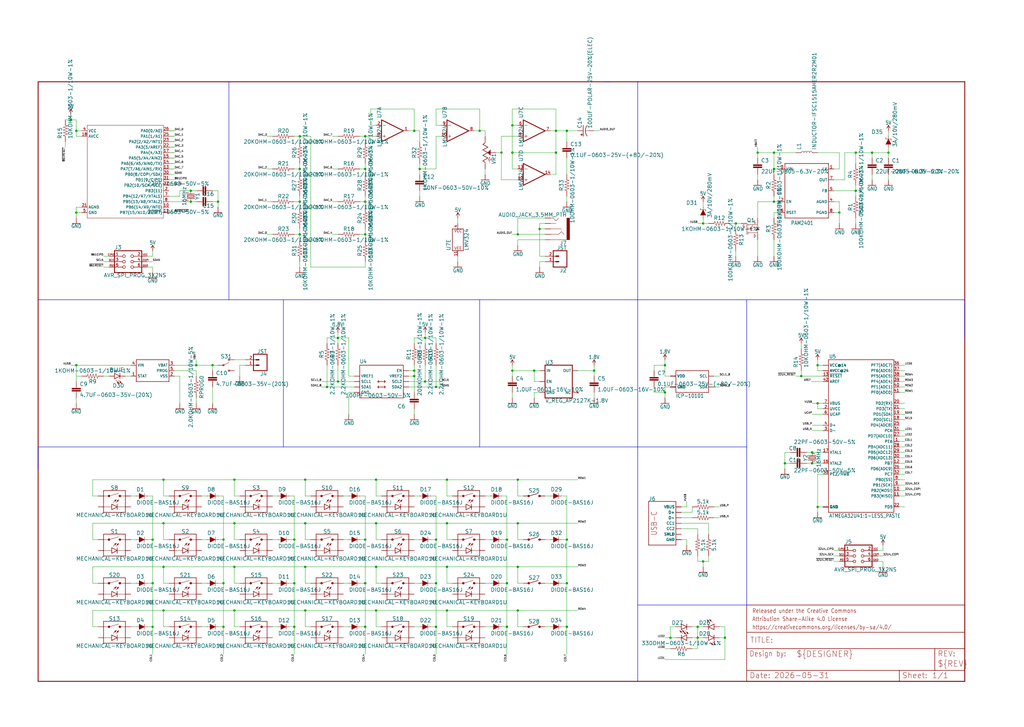
<source format=kicad_sch>
(kicad_sch (version 20230121) (generator eeschema)
  (paper "User" 477.19 338.76)
  (junction (at 264.16 271.78))
  (junction (at 264.16 292.1))
  (junction (at 391.16 99.06))
  (junction (at 170.18 109.22))
  (junction (at 195.58 78.74))
  (junction (at 378.46 210.82))
  (junction (at 139.7 109.22))
  (junction (at 193.04 172.72))
  (junction (at 137.16 292.1))
  (junction (at 142.24 264.16))
  (junction (at 208.28 264.16))
  (junction (at 104.14 271.78))
  (junction (at 109.22 223.52))
  (junction (at 360.68 71.12))
  (junction (at 142.24 284.48))
  (junction (at 71.12 251.46))
  (junction (at 175.26 264.16))
  (junction (at 236.22 251.46))
  (junction (at 378.46 215.9))
  (junction (at 208.28 284.48))
  (junction (at 170.18 251.46))
  (junction (at 203.2 292.1))
  (junction (at 139.7 78.74))
  (junction (at 248.92 172.72))
  (junction (at 203.2 180.34))
  (junction (at 142.24 223.52))
  (junction (at 170.18 292.1))
  (junction (at 101.6 93.98))
  (junction (at 398.78 71.12))
  (junction (at 241.3 264.16))
  (junction (at 157.48 177.8))
  (junction (at 152.4 180.34))
  (junction (at 88.9 93.98))
  (junction (at 236.22 292.1))
  (junction (at 104.14 251.46))
  (junction (at 170.18 271.78))
  (junction (at 170.18 78.74))
  (junction (at 238.76 172.72))
  (junction (at 104.14 292.1))
  (junction (at 137.16 251.46))
  (junction (at 276.86 172.72))
  (junction (at 208.28 223.52))
  (junction (at 157.48 157.48))
  (junction (at 170.18 93.98))
  (junction (at 238.76 58.42))
  (junction (at 170.18 63.5))
  (junction (at 203.2 251.46))
  (junction (at 381 187.96))
  (junction (at 241.3 243.84))
  (junction (at 241.3 284.48))
  (junction (at 193.04 175.26))
  (junction (at 109.22 264.16))
  (junction (at 251.46 106.68))
  (junction (at 264.16 60.96))
  (junction (at 309.88 182.88))
  (junction (at 76.2 223.52))
  (junction (at 71.12 292.1))
  (junction (at 198.12 157.48))
  (junction (at 337.82 297.18))
  (junction (at 398.78 88.9))
  (junction (at 208.28 243.84))
  (junction (at 325.12 292.1))
  (junction (at 259.08 60.96))
  (junction (at 327.66 104.14))
  (junction (at 342.9 104.14))
  (junction (at 353.06 71.12))
  (junction (at 381 236.22))
  (junction (at 76.2 243.84))
  (junction (at 35.56 99.06))
  (junction (at 325.12 297.18))
  (junction (at 99.06 170.18))
  (junction (at 236.22 271.78))
  (junction (at 91.44 170.18))
  (junction (at 175.26 243.84))
  (junction (at 312.42 297.18))
  (junction (at 360.68 93.98))
  (junction (at 309.88 170.18))
  (junction (at 365.76 215.9))
  (junction (at 193.04 60.96))
  (junction (at 198.12 177.8))
  (junction (at 88.9 88.9))
  (junction (at 139.7 93.98))
  (junction (at 238.76 71.12))
  (junction (at 76.2 284.48))
  (junction (at 142.24 243.84))
  (junction (at 264.16 251.46))
  (junction (at 259.08 71.12))
  (junction (at 175.26 284.48))
  (junction (at 360.68 78.74))
  (junction (at 33.02 55.88))
  (junction (at 137.16 271.78))
  (junction (at 223.52 60.96))
  (junction (at 241.3 109.22))
  (junction (at 233.68 71.12))
  (junction (at 35.56 60.96))
  (junction (at 381 170.18))
  (junction (at 175.26 223.52))
  (junction (at 203.2 271.78))
  (junction (at 76.2 264.16))
  (junction (at 35.56 170.18))
  (junction (at 406.4 71.12))
  (junction (at 373.38 175.26))
  (junction (at 241.3 223.52))
  (junction (at 71.12 271.78))
  (junction (at 109.22 284.48))
  (junction (at 109.22 243.84))
  (junction (at 414.02 71.12))
  (junction (at 139.7 63.5))
  (junction (at 327.66 261.62))
  (wire (pts (xy 78.74 73.66) (xy 81.28 73.66)) (stroke (width 0.2032)))
  (wire (pts (xy 233.68 251.46) (xy 236.22 251.46)) (stroke (width 0.1524)))
  (wire (pts (xy 142.24 284.48) (xy 175.26 284.48)) (stroke (width 0.1524)))
  (wire (pts (xy 259.08 81.28) (xy 256.54 81.28)) (stroke (width 0.1524)))
  (wire (pts (xy 254 251.46) (xy 256.54 251.46)) (stroke (width 0.1524)))
  (wire (pts (xy 71.12 124.46) (xy 71.12 127)) (stroke (width 0.1524)))
  (wire (pts (xy 71.12 292.1) (xy 71.12 304.8)) (stroke (width 0.1524)))
  (wire (pts (xy 226.06 271.78) (xy 228.6 271.78)) (stroke (width 0.1524)))
  (wire (pts (xy 261.62 271.78) (xy 264.16 271.78)) (stroke (width 0.1524)))
  (wire (pts (xy 231.14 71.12) (xy 233.68 71.12)) (stroke (width 0.1524)))
  (wire (pts (xy 203.2 251.46) (xy 203.2 271.78)) (stroke (width 0.1524)))
  (wire (pts (xy 68.58 124.46) (xy 71.12 124.46)) (stroke (width 0.1524)))
  (wire (pts (xy 134.62 292.1) (xy 137.16 292.1)) (stroke (width 0.1524)))
  (wire (pts (xy 127 292.1) (xy 129.54 292.1)) (stroke (width 0.1524)))
  (wire (pts (xy 304.8 170.18) (xy 309.88 170.18)) (stroke (width 0.1524)))
  (wire (pts (xy 177.8 231.14) (xy 175.26 231.14)) (stroke (width 0.1524)))
  (wire (pts (xy 144.78 251.46) (xy 142.24 251.46)) (stroke (width 0.1524)))
  (wire (pts (xy 264.16 271.78) (xy 264.16 292.1)) (stroke (width 0.1524)))
  (wire (pts (xy 88.9 88.9) (xy 91.44 88.9)) (stroke (width 0.1524)))
  (wire (pts (xy 68.58 292.1) (xy 71.12 292.1)) (stroke (width 0.1524)))
  (wire (pts (xy 139.7 93.98) (xy 139.7 96.52)) (stroke (width 0.1524)))
  (wire (pts (xy 193.04 157.48) (xy 198.12 157.48)) (stroke (width 0.1524)))
  (wire (pts (xy 325.12 292.1) (xy 327.66 292.1)) (stroke (width 0.1524)))
  (wire (pts (xy 233.68 231.14) (xy 236.22 231.14)) (stroke (width 0.1524)))
  (wire (pts (xy 127 251.46) (xy 129.54 251.46)) (stroke (width 0.1524)))
  (wire (pts (xy 114.3 167.64) (xy 109.22 167.64)) (stroke (width 0.1524)))
  (wire (pts (xy 327.66 104.14) (xy 327.66 101.6)) (stroke (width 0.1524)))
  (wire (pts (xy 175.26 271.78) (xy 175.26 264.16)) (stroke (width 0.1524)))
  (wire (pts (xy 157.48 157.48) (xy 152.4 157.48)) (stroke (width 0.1524)))
  (wire (pts (xy 251.46 121.92) (xy 251.46 124.46)) (stroke (width 0.1524)))
  (wire (pts (xy 325.12 292.1) (xy 325.12 297.18)) (stroke (width 0.1524)))
  (wire (pts (xy 226.06 251.46) (xy 228.6 251.46)) (stroke (width 0.1524)))
  (wire (pts (xy 137.16 63.5) (xy 139.7 63.5)) (stroke (width 0.1524)))
  (wire (pts (xy 383.54 215.9) (xy 378.46 215.9)) (stroke (width 0.1524)))
  (wire (pts (xy 304.8 170.18) (xy 304.8 172.72)) (stroke (width 0.1524)))
  (wire (pts (xy 127 63.5) (xy 124.46 63.5)) (stroke (width 0.1524)))
  (wire (pts (xy 109.22 231.14) (xy 109.22 223.52)) (stroke (width 0.1524)))
  (wire (pts (xy 254 104.14) (xy 251.46 104.14)) (stroke (width 0.1524)))
  (wire (pts (xy 241.3 223.52) (xy 241.3 231.14)) (stroke (width 0.1524)))
  (wire (pts (xy 383.54 236.22) (xy 381 236.22)) (stroke (width 0.1524)))
  (wire (pts (xy 142.24 251.46) (xy 142.24 243.84)) (stroke (width 0.1524)))
  (wire (pts (xy 360.68 78.74) (xy 363.22 78.74)) (stroke (width 0.1524)))
  (wire (pts (xy 383.54 198.12) (xy 378.46 198.12)) (stroke (width 0.1524)))
  (wire (pts (xy 195.58 231.14) (xy 193.04 231.14)) (stroke (width 0.1524)))
  (wire (pts (xy 419.1 177.8) (xy 421.64 177.8)) (stroke (width 0.1524)))
  (wire (pts (xy 63.5 271.78) (xy 60.96 271.78)) (stroke (width 0.1524)))
  (wire (pts (xy 165.1 180.34) (xy 152.4 180.34)) (stroke (width 0.1524)))
  (wire (pts (xy 264.16 60.96) (xy 269.24 60.96)) (stroke (width 0.1524)))
  (wire (pts (xy 190.5 177.8) (xy 198.12 177.8)) (stroke (width 0.1524)))
  (wire (pts (xy 391.16 93.98) (xy 391.16 99.06)) (stroke (width 0.1524)))
  (wire (pts (xy 312.42 175.26) (xy 309.88 175.26)) (stroke (width 0.1524)))
  (wire (pts (xy 139.7 109.22) (xy 139.7 106.68)) (stroke (width 0.1524)))
  (wire (pts (xy 78.74 231.14) (xy 76.2 231.14)) (stroke (width 0.1524)))
  (wire (pts (xy 175.26 223.52) (xy 208.28 223.52)) (stroke (width 0.1524)))
  (wire (pts (xy 71.12 251.46) (xy 71.12 271.78)) (stroke (width 0.1524)))
  (wire (pts (xy 137.16 93.98) (xy 139.7 93.98)) (stroke (width 0.1524)))
  (wire (pts (xy 381 187.96) (xy 378.46 187.96)) (stroke (width 0.1524)))
  (wire (pts (xy 50.8 124.46) (xy 48.26 124.46)) (stroke (width 0.1524)))
  (wire (pts (xy 45.72 231.14) (xy 43.18 231.14)) (stroke (width 0.1524)))
  (wire (pts (xy 137.16 78.74) (xy 139.7 78.74)) (stroke (width 0.1524)))
  (wire (pts (xy 251.46 177.8) (xy 248.92 177.8)) (stroke (width 0.1524)))
  (polyline (pts (xy 297.18 208.28) (xy 297.18 281.94)) (stroke (width 0.2032) (type solid)))
  (wire (pts (xy 223.52 60.96) (xy 226.06 60.96)) (stroke (width 0.1524)))
  (wire (pts (xy 139.7 63.5) (xy 139.7 66.04)) (stroke (width 0.1524)))
  (wire (pts (xy 35.56 99.06) (xy 35.56 101.6)) (stroke (width 0.1524)))
  (wire (pts (xy 78.74 271.78) (xy 76.2 271.78)) (stroke (width 0.1524)))
  (wire (pts (xy 195.58 76.2) (xy 195.58 78.74)) (stroke (width 0.1524)))
  (wire (pts (xy 68.58 121.92) (xy 71.12 121.92)) (stroke (width 0.1524)))
  (wire (pts (xy 200.66 251.46) (xy 203.2 251.46)) (stroke (width 0.1524)))
  (wire (pts (xy 241.3 243.84) (xy 241.3 251.46)) (stroke (width 0.1524)))
  (wire (pts (xy 238.76 172.72) (xy 238.76 170.18)) (stroke (width 0.1524)))
  (wire (pts (xy 233.68 71.12) (xy 233.68 63.5)) (stroke (width 0.1524)))
  (wire (pts (xy 208.28 243.84) (xy 241.3 243.84)) (stroke (width 0.1524)))
  (wire (pts (xy 233.68 83.82) (xy 233.68 71.12)) (stroke (width 0.1524)))
  (wire (pts (xy 353.06 73.66) (xy 353.06 71.12)) (stroke (width 0.1524)))
  (polyline (pts (xy 132.08 208.28) (xy 223.52 208.28)) (stroke (width 0.2032) (type solid)))
  (wire (pts (xy 76.2 251.46) (xy 76.2 243.84)) (stroke (width 0.1524)))
  (wire (pts (xy 81.28 175.26) (xy 83.82 175.26)) (stroke (width 0.1524)))
  (wire (pts (xy 193.04 60.96) (xy 195.58 60.96)) (stroke (width 0.1524)))
  (wire (pts (xy 43.18 243.84) (xy 76.2 243.84)) (stroke (width 0.1524)))
  (wire (pts (xy 193.04 50.8) (xy 193.04 60.96)) (stroke (width 0.1524)))
  (wire (pts (xy 43.18 264.16) (xy 76.2 264.16)) (stroke (width 0.1524)))
  (wire (pts (xy 241.3 284.48) (xy 241.3 292.1)) (stroke (width 0.1524)))
  (wire (pts (xy 254 121.92) (xy 251.46 121.92)) (stroke (width 0.1524)))
  (wire (pts (xy 414.02 71.12) (xy 414.02 68.58)) (stroke (width 0.1524)))
  (wire (pts (xy 383.54 177.8) (xy 377.952 177.8)) (stroke (width 0.1524)))
  (wire (pts (xy 342.9 116.84) (xy 342.9 119.38)) (stroke (width 0.1524)))
  (wire (pts (xy 167.64 292.1) (xy 170.18 292.1)) (stroke (width 0.1524)))
  (wire (pts (xy 101.6 96.52) (xy 101.6 93.98)) (stroke (width 0.1524)))
  (wire (pts (xy 198.12 157.48) (xy 198.12 154.94)) (stroke (width 0.1524)))
  (polyline (pts (xy 132.08 139.7) (xy 132.08 208.28)) (stroke (width 0.2032) (type solid)))
  (wire (pts (xy 111.76 231.14) (xy 109.22 231.14)) (stroke (width 0.1524)))
  (wire (pts (xy 360.68 93.98) (xy 363.22 93.98)) (stroke (width 0.1524)))
  (wire (pts (xy 198.12 157.48) (xy 203.2 157.48)) (stroke (width 0.1524)))
  (wire (pts (xy 198.12 160.02) (xy 198.12 157.48)) (stroke (width 0.1524)))
  (wire (pts (xy 45.72 251.46) (xy 43.18 251.46)) (stroke (width 0.1524)))
  (wire (pts (xy 210.82 292.1) (xy 208.28 292.1)) (stroke (width 0.1524)))
  (wire (pts (xy 378.46 215.9) (xy 375.92 215.9)) (stroke (width 0.1524)))
  (wire (pts (xy 383.54 190.5) (xy 381 190.5)) (stroke (width 0.1524)))
  (wire (pts (xy 254 231.14) (xy 256.54 231.14)) (stroke (width 0.1524)))
  (wire (pts (xy 157.48 93.98) (xy 154.94 93.98)) (stroke (width 0.1524)))
  (wire (pts (xy 104.14 231.14) (xy 104.14 251.46)) (stroke (width 0.1524)))
  (wire (pts (xy 134.62 271.78) (xy 137.16 271.78)) (stroke (width 0.1524)))
  (wire (pts (xy 360.68 78.74) (xy 360.68 71.12)) (stroke (width 0.1524)))
  (wire (pts (xy 170.18 63.5) (xy 170.18 66.04)) (stroke (width 0.1524)))
  (wire (pts (xy 327.66 104.14) (xy 325.12 104.14)) (stroke (width 0.1524)))
  (wire (pts (xy 193.04 175.26) (xy 193.04 172.72)) (stroke (width 0.1524)))
  (wire (pts (xy 205.74 58.42) (xy 203.2 58.42)) (stroke (width 0.1524)))
  (wire (pts (xy 208.28 251.46) (xy 208.28 243.84)) (stroke (width 0.1524)))
  (wire (pts (xy 175.26 264.16) (xy 208.28 264.16)) (stroke (width 0.1524)))
  (wire (pts (xy 419.1 203.2) (xy 421.64 203.2)) (stroke (width 0.1524)))
  (wire (pts (xy 368.3 215.9) (xy 365.76 215.9)) (stroke (width 0.1524)))
  (polyline (pts (xy 132.08 139.7) (xy 106.68 139.7)) (stroke (width 0.2032) (type solid)))
  (wire (pts (xy 419.1 190.5) (xy 421.64 190.5)) (stroke (width 0.1524)))
  (wire (pts (xy 254 101.6) (xy 241.3 101.6)) (stroke (width 0.1524)))
  (wire (pts (xy 78.74 63.5) (xy 81.28 63.5)) (stroke (width 0.2032)))
  (wire (pts (xy 381 170.18) (xy 381 167.64)) (stroke (width 0.1524)))
  (wire (pts (xy 208.28 231.14) (xy 208.28 223.52)) (stroke (width 0.1524)))
  (wire (pts (xy 78.74 76.2) (xy 81.28 76.2)) (stroke (width 0.2032)))
  (wire (pts (xy 241.3 264.16) (xy 241.3 271.78)) (stroke (width 0.1524)))
  (wire (pts (xy 193.04 160.02) (xy 193.04 157.48)) (stroke (width 0.1524)))
  (wire (pts (xy 195.58 78.74) (xy 203.2 78.74)) (stroke (width 0.1524)))
  (wire (pts (xy 170.18 271.78) (xy 170.18 292.1)) (stroke (width 0.1524)))
  (wire (pts (xy 109.22 251.46) (xy 109.22 243.84)) (stroke (width 0.1524)))
  (wire (pts (xy 177.8 271.78) (xy 175.26 271.78)) (stroke (width 0.1524)))
  (wire (pts (xy 411.48 256.54) (xy 411.48 254)) (stroke (width 0.1524)))
  (wire (pts (xy 264.16 60.96) (xy 264.16 66.04)) (stroke (width 0.1524)))
  (wire (pts (xy 76.2 231.14) (xy 76.2 223.52)) (stroke (width 0.1524)))
  (wire (pts (xy 104.14 271.78) (xy 104.14 292.1)) (stroke (width 0.1524)))
  (wire (pts (xy 322.58 292.1) (xy 325.12 292.1)) (stroke (width 0.1524)))
  (wire (pts (xy 172.72 50.8) (xy 193.04 50.8)) (stroke (width 0.1524)))
  (wire (pts (xy 99.06 187.96) (xy 99.06 180.34)) (stroke (width 0.1524)))
  (wire (pts (xy 43.18 271.78) (xy 43.18 264.16)) (stroke (width 0.1524)))
  (wire (pts (xy 419.1 205.74) (xy 421.64 205.74)) (stroke (width 0.1524)))
  (wire (pts (xy 259.08 50.8) (xy 259.08 60.96)) (stroke (width 0.1524)))
  (wire (pts (xy 381 172.72) (xy 381 170.18)) (stroke (width 0.1524)))
  (wire (pts (xy 360.68 91.44) (xy 360.68 93.98)) (stroke (width 0.1524)))
  (wire (pts (xy 68.58 119.38) (xy 71.12 119.38)) (stroke (width 0.1524)))
  (wire (pts (xy 238.76 71.12) (xy 238.76 58.42)) (stroke (width 0.1524)))
  (wire (pts (xy 109.22 243.84) (xy 142.24 243.84)) (stroke (width 0.1524)))
  (wire (pts (xy 109.22 264.16) (xy 142.24 264.16)) (stroke (width 0.1524)))
  (wire (pts (xy 317.5 238.76) (xy 322.58 238.76)) (stroke (width 0.1524)))
  (wire (pts (xy 139.7 78.74) (xy 139.7 81.28)) (stroke (width 0.1524)))
  (wire (pts (xy 203.2 292.1) (xy 203.2 304.8)) (stroke (width 0.1524)))
  (wire (pts (xy 383.54 175.26) (xy 373.38 175.26)) (stroke (width 0.1524)))
  (wire (pts (xy 360.68 93.98) (xy 353.06 93.98)) (stroke (width 0.1524)))
  (wire (pts (xy 195.58 251.46) (xy 193.04 251.46)) (stroke (width 0.1524)))
  (wire (pts (xy 383.54 200.66) (xy 378.46 200.66)) (stroke (width 0.1524)))
  (wire (pts (xy 33.02 55.88) (xy 33.02 53.34)) (stroke (width 0.1524)))
  (wire (pts (xy 78.74 83.82) (xy 81.28 83.82)) (stroke (width 0.1524)))
  (wire (pts (xy 43.18 251.46) (xy 43.18 243.84)) (stroke (width 0.1524)))
  (wire (pts (xy 162.56 157.48) (xy 157.48 157.48)) (stroke (width 0.1524)))
  (wire (pts (xy 381 220.98) (xy 381 236.22)) (stroke (width 0.1524)))
  (polyline (pts (xy 281.94 38.1) (xy 284.48 38.1)) (stroke (width 0.2032) (type solid)))
  (wire (pts (xy 393.7 83.82) (xy 393.7 71.12)) (stroke (width 0.1524)))
  (wire (pts (xy 241.3 264.16) (xy 269.24 264.16)) (stroke (width 0.1524)))
  (wire (pts (xy 236.22 251.46) (xy 236.22 271.78)) (stroke (width 0.1524)))
  (wire (pts (xy 327.66 96.52) (xy 327.66 93.98)) (stroke (width 0.1524)))
  (wire (pts (xy 325.12 261.62) (xy 327.66 261.62)) (stroke (width 0.1524)))
  (wire (pts (xy 360.68 81.28) (xy 360.68 78.74)) (stroke (width 0.1524)))
  (wire (pts (xy 91.44 175.26) (xy 91.44 172.72)) (stroke (width 0.1524)))
  (wire (pts (xy 332.74 236.22) (xy 335.28 236.22)) (stroke (width 0.1524)))
  (polyline (pts (xy 17.78 208.28) (xy 132.08 208.28)) (stroke (width 0.2032) (type solid)))
  (wire (pts (xy 139.7 63.5) (xy 144.78 63.5)) (stroke (width 0.1524)))
  (wire (pts (xy 203.2 78.74) (xy 203.2 63.5)) (stroke (width 0.1524)))
  (wire (pts (xy 144.78 231.14) (xy 142.24 231.14)) (stroke (width 0.1524)))
  (wire (pts (xy 406.4 71.12) (xy 414.02 71.12)) (stroke (width 0.1524)))
  (wire (pts (xy 342.9 104.14) (xy 340.36 104.14)) (stroke (width 0.1524)))
  (wire (pts (xy 48.26 175.26) (xy 50.8 175.26)) (stroke (width 0.1524)))
  (wire (pts (xy 170.18 231.14) (xy 170.18 251.46)) (stroke (width 0.1524)))
  (wire (pts (xy 43.18 223.52) (xy 76.2 223.52)) (stroke (width 0.1524)))
  (wire (pts (xy 101.6 93.98) (xy 101.6 88.9)) (stroke (width 0.1524)))
  (wire (pts (xy 254 119.38) (xy 251.46 119.38)) (stroke (width 0.1524)))
  (wire (pts (xy 238.76 50.8) (xy 259.08 50.8)) (stroke (width 0.1524)))
  (wire (pts (xy 170.18 109.22) (xy 170.18 111.76)) (stroke (width 0.1524)))
  (wire (pts (xy 325.12 297.18) (xy 327.66 297.18)) (stroke (width 0.1524)))
  (wire (pts (xy 226.06 231.14) (xy 228.6 231.14)) (stroke (width 0.1524)))
  (wire (pts (xy 78.74 66.04) (xy 81.28 66.04)) (stroke (width 0.2032)))
  (wire (pts (xy 383.54 187.96) (xy 381 187.96)) (stroke (width 0.1524)))
  (wire (pts (xy 312.42 297.18) (xy 312.42 292.1)) (stroke (width 0.1524)))
  (wire (pts (xy 167.64 78.74) (xy 170.18 78.74)) (stroke (width 0.1524)))
  (wire (pts (xy 175.26 292.1) (xy 175.26 284.48)) (stroke (width 0.1524)))
  (wire (pts (xy 236.22 292.1) (xy 236.22 304.8)) (stroke (width 0.1524)))
  (wire (pts (xy 35.56 55.88) (xy 33.02 55.88)) (stroke (width 0.1524)))
  (wire (pts (xy 175.26 251.46) (xy 175.26 243.84)) (stroke (width 0.1524)))
  (wire (pts (xy 251.46 106.68) (xy 254 106.68)) (stroke (width 0.1524)))
  (wire (pts (xy 109.22 223.52) (xy 142.24 223.52)) (stroke (width 0.1524)))
  (polyline (pts (xy 297.18 281.94) (xy 347.98 281.94)) (stroke (width 0.2032) (type solid)))
  (wire (pts (xy 78.74 60.96) (xy 81.28 60.96)) (stroke (width 0.2032)))
  (wire (pts (xy 127 93.98) (xy 124.46 93.98)) (stroke (width 0.1524)))
  (wire (pts (xy 76.2 223.52) (xy 109.22 223.52)) (stroke (width 0.1524)))
  (wire (pts (xy 167.64 231.14) (xy 170.18 231.14)) (stroke (width 0.1524)))
  (polyline (pts (xy 17.78 139.7) (xy 106.68 139.7)) (stroke (width 0.2032) (type solid)))
  (polyline (pts (xy 347.98 281.94) (xy 347.98 208.28)) (stroke (width 0.2032) (type solid)))
  (wire (pts (xy 137.16 231.14) (xy 137.16 251.46)) (stroke (width 0.1524)))
  (wire (pts (xy 337.82 307.34) (xy 309.88 307.34)) (stroke (width 0.1524)))
  (wire (pts (xy 393.7 71.12) (xy 398.78 71.12)) (stroke (width 0.1524)))
  (wire (pts (xy 127 271.78) (xy 129.54 271.78)) (stroke (width 0.1524)))
  (wire (pts (xy 241.3 251.46) (xy 243.84 251.46)) (stroke (width 0.1524)))
  (wire (pts (xy 419.1 193.04) (xy 421.64 193.04)) (stroke (width 0.1524)))
  (wire (pts (xy 142.24 223.52) (xy 175.26 223.52)) (stroke (width 0.1524)))
  (wire (pts (xy 152.4 170.18) (xy 152.4 180.34)) (stroke (width 0.1524)))
  (wire (pts (xy 276.86 175.26) (xy 276.86 172.72)) (stroke (width 0.1524)))
  (wire (pts (xy 137.16 109.22) (xy 139.7 109.22)) (stroke (width 0.1524)))
  (wire (pts (xy 408.94 259.08) (xy 411.48 259.08)) (stroke (width 0.1524)))
  (wire (pts (xy 175.26 58.42) (xy 172.72 58.42)) (stroke (width 0.1524)))
  (wire (pts (xy 398.78 91.44) (xy 398.78 88.9)) (stroke (width 0.1524)))
  (wire (pts (xy 223.52 50.8) (xy 223.52 60.96)) (stroke (width 0.1524)))
  (wire (pts (xy 152.4 180.34) (xy 149.86 180.34)) (stroke (width 0.1524)))
  (wire (pts (xy 312.42 297.18) (xy 309.88 297.18)) (stroke (width 0.1524)))
  (wire (pts (xy 152.4 160.02) (xy 152.4 157.48)) (stroke (width 0.1524)))
  (wire (pts (xy 383.54 220.98) (xy 381 220.98)) (stroke (width 0.1524)))
  (wire (pts (xy 142.24 264.16) (xy 175.26 264.16)) (stroke (width 0.1524)))
  (wire (pts (xy 304.8 182.88) (xy 309.88 182.88)) (stroke (width 0.1524)))
  (wire (pts (xy 325.12 246.38) (xy 325.12 248.92)) (stroke (width 0.1524)))
  (wire (pts (xy 142.24 243.84) (xy 175.26 243.84)) (stroke (width 0.1524)))
  (wire (pts (xy 96.52 231.14) (xy 93.98 231.14)) (stroke (width 0.1524)))
  (wire (pts (xy 203.2 180.34) (xy 205.74 180.34)) (stroke (width 0.1524)))
  (wire (pts (xy 309.88 180.34) (xy 309.88 182.88)) (stroke (width 0.1524)))
  (wire (pts (xy 238.76 182.88) (xy 238.76 185.42)) (stroke (width 0.1524)))
  (wire (pts (xy 419.1 175.26) (xy 421.64 175.26)) (stroke (width 0.1524)))
  (wire (pts (xy 170.18 124.46) (xy 170.18 121.92)) (stroke (width 0.1524)))
  (wire (pts (xy 203.2 160.02) (xy 203.2 157.48)) (stroke (width 0.1524)))
  (polyline (pts (xy 223.52 139.7) (xy 223.52 208.28)) (stroke (width 0.2032) (type solid)))
  (wire (pts (xy 101.6 292.1) (xy 104.14 292.1)) (stroke (width 0.1524)))
  (wire (pts (xy 419.1 228.6) (xy 421.64 228.6)) (stroke (width 0.1524)))
  (wire (pts (xy 342.9 106.68) (xy 342.9 104.14)) (stroke (width 0.1524)))
  (wire (pts (xy 238.76 58.42) (xy 238.76 50.8)) (stroke (width 0.1524)))
  (wire (pts (xy 137.16 292.1) (xy 137.16 304.8)) (stroke (width 0.1524)))
  (wire (pts (xy 325.12 259.08) (xy 325.12 261.62)) (stroke (width 0.1524)))
  (wire (pts (xy 208.28 292.1) (xy 208.28 284.48)) (stroke (width 0.1524)))
  (wire (pts (xy 325.12 302.26) (xy 322.58 302.26)) (stroke (width 0.1524)))
  (wire (pts (xy 139.7 121.92) (xy 139.7 124.46)) (stroke (width 0.1524)))
  (wire (pts (xy 254 292.1) (xy 256.54 292.1)) (stroke (width 0.1524)))
  (wire (pts (xy 226.06 78.74) (xy 226.06 81.28)) (stroke (width 0.1524)))
  (wire (pts (xy 322.58 238.76) (xy 322.58 236.22)) (stroke (width 0.1524)))
  (wire (pts (xy 419.1 182.88) (xy 421.64 182.88)) (stroke (width 0.1524)))
  (wire (pts (xy 419.1 218.44) (xy 421.64 218.44)) (stroke (width 0.1524)))
  (polyline (pts (xy 297.18 281.94) (xy 297.18 317.5)) (stroke (width 0.2032) (type solid)))
  (wire (pts (xy 414.02 83.82) (xy 414.02 81.28)) (stroke (width 0.1524)))
  (wire (pts (xy 383.54 210.82) (xy 378.46 210.82)) (stroke (width 0.1524)))
  (wire (pts (xy 142.24 292.1) (xy 142.24 284.48)) (stroke (width 0.1524)))
  (wire (pts (xy 419.1 236.22) (xy 421.64 236.22)) (stroke (width 0.1524)))
  (wire (pts (xy 261.62 251.46) (xy 264.16 251.46)) (stroke (width 0.1524)))
  (wire (pts (xy 35.56 170.18) (xy 35.56 177.8)) (stroke (width 0.1524)))
  (wire (pts (xy 160.02 292.1) (xy 162.56 292.1)) (stroke (width 0.1524)))
  (wire (pts (xy 162.56 182.88) (xy 162.56 193.04)) (stroke (width 0.1524)))
  (wire (pts (xy 200.66 292.1) (xy 203.2 292.1)) (stroke (width 0.1524)))
  (wire (pts (xy 195.58 78.74) (xy 195.58 81.28)) (stroke (width 0.1524)))
  (wire (pts (xy 419.1 213.36) (xy 421.64 213.36)) (stroke (width 0.1524)))
  (wire (pts (xy 383.54 172.72) (xy 381 172.72)) (stroke (width 0.1524)))
  (wire (pts (xy 259.08 71.12) (xy 259.08 81.28)) (stroke (width 0.1524)))
  (wire (pts (xy 200.66 271.78) (xy 203.2 271.78)) (stroke (width 0.1524)))
  (wire (pts (xy 63.5 292.1) (xy 60.96 292.1)) (stroke (width 0.1524)))
  (wire (pts (xy 35.56 175.26) (xy 38.1 175.26)) (stroke (width 0.1524)))
  (wire (pts (xy 193.04 170.18) (xy 193.04 172.72)) (stroke (width 0.1524)))
  (wire (pts (xy 167.64 93.98) (xy 170.18 93.98)) (stroke (width 0.1524)))
  (wire (pts (xy 203.2 271.78) (xy 203.2 292.1)) (stroke (width 0.1524)))
  (wire (pts (xy 330.2 261.62) (xy 330.2 259.08)) (stroke (width 0.1524)))
  (wire (pts (xy 165.1 182.88) (xy 162.56 182.88)) (stroke (width 0.1524)))
  (wire (pts (xy 320.04 251.46) (xy 320.04 254)) (stroke (width 0.1524)))
  (polyline (pts (xy 106.68 139.7) (xy 106.68 38.1)) (stroke (width 0.2032) (type solid)))
  (wire (pts (xy 353.06 71.12) (xy 360.68 71.12)) (stroke (width 0.1524)))
  (wire (pts (xy 337.82 297.18) (xy 337.82 307.34)) (stroke (width 0.1524)))
  (wire (pts (xy 419.1 215.9) (xy 421.64 215.9)) (stroke (width 0.1524)))
  (wire (pts (xy 391.16 99.06) (xy 391.16 104.14)) (stroke (width 0.1524)))
  (wire (pts (xy 368.3 210.82) (xy 365.76 210.82)) (stroke (width 0.1524)))
  (polyline (pts (xy 223.52 208.28) (xy 297.18 208.28)) (stroke (width 0.2032) (type solid)))
  (wire (pts (xy 203.2 50.8) (xy 223.52 50.8)) (stroke (width 0.1524)))
  (wire (pts (xy 309.88 170.18) (xy 309.88 167.64)) (stroke (width 0.1524)))
  (wire (pts (xy 96.52 251.46) (xy 93.98 251.46)) (stroke (width 0.1524)))
  (wire (pts (xy 264.16 251.46) (xy 264.16 271.78)) (stroke (width 0.1524)))
  (wire (pts (xy 317.5 251.46) (xy 320.04 251.46)) (stroke (width 0.1524)))
  (wire (pts (xy 360.68 119.38) (xy 360.68 111.76)) (stroke (width 0.1524)))
  (wire (pts (xy 398.78 71.12) (xy 398.78 76.2)) (stroke (width 0.1524)))
  (wire (pts (xy 43.18 292.1) (xy 43.18 284.48)) (stroke (width 0.1524)))
  (wire (pts (xy 99.06 172.72) (xy 99.06 170.18)) (stroke (width 0.1524)))
  (wire (pts (xy 383.54 170.18) (xy 381 170.18)) (stroke (width 0.1524)))
  (wire (pts (xy 238.76 175.26) (xy 238.76 172.72)) (stroke (width 0.1524)))
  (wire (pts (xy 91.44 187.96) (xy 91.44 185.42)) (stroke (width 0.1524)))
  (wire (pts (xy 317.5 241.3) (xy 322.58 241.3)) (stroke (width 0.1524)))
  (wire (pts (xy 309.88 182.88) (xy 309.88 185.42)) (stroke (width 0.1524)))
  (wire (pts (xy 38.1 99.06) (xy 35.56 99.06)) (stroke (width 0.1524)))
  (wire (pts (xy 365.76 210.82) (xy 365.76 215.9)) (stroke (width 0.1524)))
  (wire (pts (xy 91.44 172.72) (xy 81.28 172.72)) (stroke (width 0.1524)))
  (wire (pts (xy 264.16 231.14) (xy 264.16 251.46)) (stroke (width 0.1524)))
  (wire (pts (xy 223.52 60.96) (xy 220.98 60.96)) (stroke (width 0.1524)))
  (wire (pts (xy 241.3 292.1) (xy 243.84 292.1)) (stroke (width 0.1524)))
  (wire (pts (xy 419.1 210.82) (xy 421.64 210.82)) (stroke (width 0.1524)))
  (wire (pts (xy 203.2 63.5) (xy 205.74 63.5)) (stroke (width 0.1524)))
  (wire (pts (xy 233.68 271.78) (xy 236.22 271.78)) (stroke (width 0.1524)))
  (wire (pts (xy 144.78 292.1) (xy 142.24 292.1)) (stroke (width 0.1524)))
  (wire (pts (xy 175.26 231.14) (xy 175.26 223.52)) (stroke (width 0.1524)))
  (wire (pts (xy 200.66 231.14) (xy 203.2 231.14)) (stroke (width 0.1524)))
  (wire (pts (xy 193.04 271.78) (xy 195.58 271.78)) (stroke (width 0.1524)))
  (polyline (pts (xy 223.52 139.7) (xy 132.08 139.7)) (stroke (width 0.2032) (type solid)))
  (wire (pts (xy 165.1 177.8) (xy 157.48 177.8)) (stroke (width 0.1524)))
  (wire (pts (xy 414.02 60.96) (xy 414.02 63.5)) (stroke (width 0.1524)))
  (wire (pts (xy 50.8 121.92) (xy 48.26 121.92)) (stroke (width 0.1524)))
  (wire (pts (xy 388.62 99.06) (xy 391.16 99.06)) (stroke (width 0.1524)))
  (wire (pts (xy 241.3 111.76) (xy 241.3 114.3)) (stroke (width 0.1524)))
  (wire (pts (xy 233.68 292.1) (xy 236.22 292.1)) (stroke (width 0.1524)))
  (wire (pts (xy 71.12 231.14) (xy 71.12 251.46)) (stroke (width 0.1524)))
  (wire (pts (xy 109.22 284.48) (xy 142.24 284.48)) (stroke (width 0.1524)))
  (wire (pts (xy 353.06 83.82) (xy 353.06 81.28)) (stroke (width 0.1524)))
  (wire (pts (xy 139.7 76.2) (xy 139.7 78.74)) (stroke (width 0.1524)))
  (polyline (pts (xy 449.58 157.48) (xy 449.58 139.7)) (stroke (width 0.2032) (type solid)))
  (wire (pts (xy 312.42 292.1) (xy 314.96 292.1)) (stroke (width 0.1524)))
  (wire (pts (xy 43.18 231.14) (xy 43.18 223.52)) (stroke (width 0.1524)))
  (wire (pts (xy 353.06 93.98) (xy 353.06 101.6)) (stroke (width 0.1524)))
  (wire (pts (xy 256.54 271.78) (xy 254 271.78)) (stroke (width 0.1524)))
  (wire (pts (xy 419.1 187.96) (xy 421.64 187.96)) (stroke (width 0.1524)))
  (wire (pts (xy 309.88 175.26) (xy 309.88 170.18)) (stroke (width 0.1524)))
  (wire (pts (xy 101.6 271.78) (xy 104.14 271.78)) (stroke (width 0.1524)))
  (wire (pts (xy 111.76 292.1) (xy 109.22 292.1)) (stroke (width 0.1524)))
  (wire (pts (xy 213.36 119.38) (xy 213.36 121.92)) (stroke (width 0.1524)))
  (polyline (pts (xy 449.58 139.7) (xy 347.98 139.7)) (stroke (width 0.2032) (type solid)))
  (wire (pts (xy 111.76 170.18) (xy 111.76 175.26)) (stroke (width 0.1524)))
  (wire (pts (xy 411.48 261.62) (xy 411.48 264.16)) (stroke (width 0.1524)))
  (wire (pts (xy 276.86 182.88) (xy 276.86 185.42)) (stroke (width 0.1524)))
  (wire (pts (xy 226.06 60.96) (xy 226.06 63.5)) (stroke (width 0.1524)))
  (polyline (pts (xy 347.98 139.7) (xy 223.52 139.7)) (stroke (width 0.2032) (type solid)))
  (wire (pts (xy 190.5 172.72) (xy 193.04 172.72)) (stroke (width 0.1524)))
  (wire (pts (xy 83.82 88.9) (xy 83.82 91.44)) (stroke (width 0.1524)))
  (wire (pts (xy 78.74 86.36) (xy 81.28 86.36)) (stroke (width 0.1524)))
  (wire (pts (xy 241.3 223.52) (xy 269.24 223.52)) (stroke (width 0.1524)))
  (wire (pts (xy 101.6 170.18) (xy 99.06 170.18)) (stroke (width 0.1524)))
  (wire (pts (xy 142.24 231.14) (xy 142.24 223.52)) (stroke (width 0.1524)))
  (wire (pts (xy 177.8 292.1) (xy 175.26 292.1)) (stroke (width 0.1524)))
  (wire (pts (xy 337.82 292.1) (xy 337.82 297.18)) (stroke (width 0.1524)))
  (wire (pts (xy 203.2 170.18) (xy 203.2 180.34)) (stroke (width 0.1524)))
  (wire (pts (xy 317.5 246.38) (xy 325.12 246.38)) (stroke (width 0.1524)))
  (wire (pts (xy 325.12 297.18) (xy 325.12 302.26)) (stroke (width 0.1524)))
  (wire (pts (xy 241.3 243.84) (xy 269.24 243.84)) (stroke (width 0.1524)))
  (wire (pts (xy 137.16 251.46) (xy 137.16 271.78)) (stroke (width 0.1524)))
  (wire (pts (xy 317.5 236.22) (xy 320.04 236.22)) (stroke (width 0.1524)))
  (wire (pts (xy 312.42 180.34) (xy 309.88 180.34)) (stroke (width 0.1524)))
  (wire (pts (xy 170.18 106.68) (xy 170.18 109.22)) (stroke (width 0.1524)))
  (wire (pts (xy 99.06 88.9) (xy 101.6 88.9)) (stroke (width 0.1524)))
  (wire (pts (xy 419.1 195.58) (xy 421.64 195.58)) (stroke (width 0.1524)))
  (wire (pts (xy 408.94 261.62) (xy 411.48 261.62)) (stroke (width 0.1524)))
  (wire (pts (xy 193.04 175.26) (xy 193.04 182.88)) (stroke (width 0.1524)))
  (wire (pts (xy 203.2 58.42) (xy 203.2 50.8)) (stroke (width 0.1524)))
  (wire (pts (xy 71.12 271.78) (xy 71.12 292.1)) (stroke (width 0.1524)))
  (wire (pts (xy 35.56 185.42) (xy 35.56 187.96)) (stroke (width 0.1524)))
  (wire (pts (xy 210.82 231.14) (xy 208.28 231.14)) (stroke (width 0.1524)))
  (wire (pts (xy 398.78 71.12) (xy 406.4 71.12)) (stroke (width 0.1524)))
  (wire (pts (xy 419.1 170.18) (xy 421.64 170.18)) (stroke (width 0.1524)))
  (wire (pts (xy 241.3 111.76) (xy 254 111.76)) (stroke (width 0.1524)))
  (wire (pts (xy 373.38 172.72) (xy 373.38 175.26)) (stroke (width 0.1524)))
  (wire (pts (xy 83.82 88.9) (xy 88.9 88.9)) (stroke (width 0.1524)))
  (wire (pts (xy 251.46 172.72) (xy 248.92 172.72)) (stroke (width 0.1524)))
  (wire (pts (xy 419.1 231.14) (xy 421.64 231.14)) (stroke (width 0.1524)))
  (wire (pts (xy 78.74 71.12) (xy 81.28 71.12)) (stroke (width 0.2032)))
  (wire (pts (xy 175.26 63.5) (xy 170.18 63.5)) (stroke (width 0.1524)))
  (wire (pts (xy 88.9 93.98) (xy 91.44 93.98)) (stroke (width 0.1524)))
  (wire (pts (xy 264.16 292.1) (xy 264.16 304.8)) (stroke (width 0.1524)))
  (wire (pts (xy 170.18 251.46) (xy 170.18 271.78)) (stroke (width 0.1524)))
  (wire (pts (xy 35.56 170.18) (xy 60.96 170.18)) (stroke (width 0.1524)))
  (wire (pts (xy 144.78 124.46) (xy 170.18 124.46)) (stroke (width 0.1524)))
  (wire (pts (xy 312.42 302.26) (xy 309.88 302.26)) (stroke (width 0.1524)))
  (wire (pts (xy 165.1 175.26) (xy 162.56 175.26)) (stroke (width 0.1524)))
  (wire (pts (xy 76.2 243.84) (xy 109.22 243.84)) (stroke (width 0.1524)))
  (wire (pts (xy 170.18 76.2) (xy 170.18 78.74)) (stroke (width 0.1524)))
  (wire (pts (xy 170.18 78.74) (xy 170.18 81.28)) (stroke (width 0.1524)))
  (wire (pts (xy 162.56 175.26) (xy 162.56 157.48)) (stroke (width 0.1524)))
  (wire (pts (xy 335.28 297.18) (xy 337.82 297.18)) (stroke (width 0.1524)))
  (wire (pts (xy 360.68 99.06) (xy 360.68 101.6)) (stroke (width 0.1524)))
  (polyline (pts (xy 347.98 208.28) (xy 297.18 208.28)) (stroke (width 0.2032) (type solid)))
  (wire (pts (xy 378.46 210.82) (xy 375.92 210.82)) (stroke (width 0.1524)))
  (wire (pts (xy 276.86 170.18) (xy 276.86 172.72)) (stroke (width 0.1524)))
  (wire (pts (xy 327.66 261.62) (xy 327.66 264.16)) (stroke (width 0.1524)))
  (wire (pts (xy 259.08 60.96) (xy 259.08 71.12)) (stroke (width 0.1524)))
  (wire (pts (xy 71.12 119.38) (xy 71.12 116.84)) (stroke (width 0.1524)))
  (wire (pts (xy 195.58 292.1) (xy 193.04 292.1)) (stroke (width 0.1524)))
  (wire (pts (xy 236.22 231.14) (xy 236.22 251.46)) (stroke (width 0.1524)))
  (wire (pts (xy 127 109.22) (xy 124.46 109.22)) (stroke (width 0.1524)))
  (wire (pts (xy 167.64 109.22) (xy 170.18 109.22)) (stroke (width 0.1524)))
  (wire (pts (xy 330.2 104.14) (xy 327.66 104.14)) (stroke (width 0.1524)))
  (wire (pts (xy 83.82 175.26) (xy 83.82 187.96)) (stroke (width 0.1524)))
  (wire (pts (xy 157.48 170.18) (xy 157.48 177.8)) (stroke (width 0.1524)))
  (wire (pts (xy 144.78 63.5) (xy 144.78 124.46)) (stroke (width 0.1524)))
  (wire (pts (xy 373.38 175.26) (xy 370.84 175.26)) (stroke (width 0.1524)))
  (wire (pts (xy 391.16 71.12) (xy 391.16 78.74)) (stroke (width 0.1524)))
  (wire (pts (xy 76.2 264.16) (xy 109.22 264.16)) (stroke (width 0.1524)))
  (wire (pts (xy 208.28 271.78) (xy 208.28 264.16)) (stroke (width 0.1524)))
  (wire (pts (xy 398.78 104.14) (xy 398.78 101.6)) (stroke (width 0.1524)))
  (wire (pts (xy 76.2 292.1) (xy 76.2 284.48)) (stroke (width 0.1524)))
  (wire (pts (xy 345.44 104.14) (xy 342.9 104.14)) (stroke (width 0.1524)))
  (wire (pts (xy 213.36 104.14) (xy 213.36 101.6)) (stroke (width 0.1524)))
  (wire (pts (xy 91.44 170.18) (xy 91.44 167.64)) (stroke (width 0.1524)))
  (wire (pts (xy 58.42 175.26) (xy 60.96 175.26)) (stroke (width 0.1524)))
  (wire (pts (xy 241.3 231.14) (xy 243.84 231.14)) (stroke (width 0.1524)))
  (wire (pts (xy 78.74 68.58) (xy 81.28 68.58)) (stroke (width 0.2032)))
  (wire (pts (xy 170.18 93.98) (xy 170.18 96.52)) (stroke (width 0.1524)))
  (wire (pts (xy 264.16 93.98) (xy 264.16 91.44)) (stroke (width 0.1524)))
  (wire (pts (xy 127 231.14) (xy 129.54 231.14)) (stroke (width 0.1524)))
  (wire (pts (xy 160.02 271.78) (xy 162.56 271.78)) (stroke (width 0.1524)))
  (wire (pts (xy 398.78 88.9) (xy 398.78 86.36)) (stroke (width 0.1524)))
  (wire (pts (xy 259.08 60.96) (xy 264.16 60.96)) (stroke (width 0.1524)))
  (wire (pts (xy 139.7 91.44) (xy 139.7 93.98)) (stroke (width 0.1524)))
  (wire (pts (xy 391.16 78.74) (xy 388.62 78.74)) (stroke (width 0.1524)))
  (wire (pts (xy 304.8 180.34) (xy 304.8 182.88)) (stroke (width 0.1524)))
  (wire (pts (xy 50.8 119.38) (xy 48.26 119.38)) (stroke (width 0.1524)))
  (wire (pts (xy 208.28 264.16) (xy 241.3 264.16)) (stroke (width 0.1524)))
  (wire (pts (xy 68.58 271.78) (xy 71.12 271.78)) (stroke (width 0.1524)))
  (wire (pts (xy 177.8 251.46) (xy 175.26 251.46)) (stroke (width 0.1524)))
  (wire (pts (xy 134.62 251.46) (xy 137.16 251.46)) (stroke (width 0.1524)))
  (wire (pts (xy 134.62 231.14) (xy 137.16 231.14)) (stroke (width 0.1524)))
  (wire (pts (xy 322.58 297.18) (xy 325.12 297.18)) (stroke (width 0.1524)))
  (wire (pts (xy 419.1 220.98) (xy 421.64 220.98)) (stroke (width 0.1524)))
  (wire (pts (xy 381 71.12) (xy 391.16 71.12)) (stroke (width 0.1524)))
  (wire (pts (xy 241.3 271.78) (xy 243.84 271.78)) (stroke (width 0.1524)))
  (wire (pts (xy 45.72 271.78) (xy 43.18 271.78)) (stroke (width 0.1524)))
  (wire (pts (xy 101.6 231.14) (xy 104.14 231.14)) (stroke (width 0.1524)))
  (wire (pts (xy 195.58 88.9) (xy 195.58 91.44)) (stroke (width 0.1524)))
  (wire (pts (xy 99.06 93.98) (xy 101.6 93.98)) (stroke (width 0.1524)))
  (wire (pts (xy 248.92 172.72) (xy 238.76 172.72)) (stroke (width 0.1524)))
  (wire (pts (xy 160.02 251.46) (xy 162.56 251.46)) (stroke (width 0.1524)))
  (wire (pts (xy 408.94 256.54) (xy 411.48 256.54)) (stroke (width 0.1524)))
  (wire (pts (xy 109.22 271.78) (xy 109.22 264.16)) (stroke (width 0.1524)))
  (wire (pts (xy 43.18 284.48) (xy 76.2 284.48)) (stroke (width 0.1524)))
  (wire (pts (xy 175.26 284.48) (xy 208.28 284.48)) (stroke (width 0.1524)))
  (wire (pts (xy 419.1 226.06) (xy 421.64 226.06)) (stroke (width 0.1524)))
  (wire (pts (xy 419.1 200.66) (xy 421.64 200.66)) (stroke (width 0.1524)))
  (wire (pts (xy 317.5 243.84) (xy 330.2 243.84)) (stroke (width 0.1524)))
  (wire (pts (xy 83.82 91.44) (xy 78.74 91.44)) (stroke (width 0.1524)))
  (wire (pts (xy 172.72 58.42) (xy 172.72 50.8)) (stroke (width 0.1524)))
  (wire (pts (xy 254 109.22) (xy 241.3 109.22)) (stroke (width 0.1524)))
  (wire (pts (xy 259.08 60.96) (xy 256.54 60.96)) (stroke (width 0.1524)))
  (wire (pts (xy 241.3 78.74) (xy 238.76 78.74)) (stroke (width 0.1524)))
  (wire (pts (xy 363.22 99.06) (xy 360.68 99.06)) (stroke (width 0.1524)))
  (wire (pts (xy 88.9 93.98) (xy 78.74 93.98)) (stroke (width 0.1524)))
  (wire (pts (xy 111.76 271.78) (xy 109.22 271.78)) (stroke (width 0.1524)))
  (wire (pts (xy 419.1 223.52) (xy 421.64 223.52)) (stroke (width 0.1524)))
  (wire (pts (xy 391.16 261.62) (xy 388.62 261.62)) (stroke (width 0.1524)))
  (wire (pts (xy 236.22 271.78) (xy 236.22 292.1)) (stroke (width 0.1524)))
  (wire (pts (xy 332.74 180.34) (xy 335.28 180.34)) (stroke (width 0.1524)))
  (wire (pts (xy 208.28 223.52) (xy 241.3 223.52)) (stroke (width 0.1524)))
  (wire (pts (xy 38.1 63.5) (xy 35.56 63.5)) (stroke (width 0.1524)))
  (wire (pts (xy 261.62 292.1) (xy 264.16 292.1)) (stroke (width 0.1524)))
  (wire (pts (xy 170.18 292.1) (xy 170.18 304.8)) (stroke (width 0.1524)))
  (polyline (pts (xy 347.98 208.28) (xy 347.98 139.7)) (stroke (width 0.2032) (type solid)))
  (wire (pts (xy 251.46 106.68) (xy 251.46 119.38)) (stroke (width 0.1524)))
  (wire (pts (xy 251.46 104.14) (xy 251.46 106.68)) (stroke (width 0.1524)))
  (wire (pts (xy 210.82 251.46) (xy 208.28 251.46)) (stroke (width 0.1524)))
  (wire (pts (xy 332.74 241.3) (xy 335.28 241.3)) (stroke (width 0.1524)))
  (wire (pts (xy 33.02 55.88) (xy 30.48 55.88)) (stroke (width 0.1524)))
  (wire (pts (xy 419.1 208.28) (xy 421.64 208.28)) (stroke (width 0.1524)))
  (wire (pts (xy 320.04 236.22) (xy 320.04 233.68)) (stroke (width 0.1524)))
  (wire (pts (xy 91.44 170.18) (xy 99.06 170.18)) (stroke (width 0.1524)))
  (wire (pts (xy 60.96 251.46) (xy 63.5 251.46)) (stroke (width 0.1524)))
  (wire (pts (xy 38.1 60.96) (xy 35.56 60.96)) (stroke (width 0.1524)))
  (wire (pts (xy 190.5 180.34) (xy 203.2 180.34)) (stroke (width 0.1524)))
  (wire (pts (xy 241.3 83.82) (xy 233.68 83.82)) (stroke (width 0.1524)))
  (wire (pts (xy 241.3 109.22) (xy 241.3 101.6)) (stroke (width 0.1524)))
  (wire (pts (xy 60.96 231.14) (xy 63.5 231.14)) (stroke (width 0.1524)))
  (wire (pts (xy 332.74 175.26) (xy 335.28 175.26)) (stroke (width 0.1524)))
  (wire (pts (xy 30.48 66.04) (xy 30.48 68.58)) (stroke (width 0.1524)))
  (wire (pts (xy 203.2 231.14) (xy 203.2 251.46)) (stroke (width 0.1524)))
  (wire (pts (xy 388.62 93.98) (xy 391.16 93.98)) (stroke (width 0.1524)))
  (wire (pts (xy 198.12 177.8) (xy 205.74 177.8)) (stroke (width 0.1524)))
  (wire (pts (xy 78.74 99.06) (xy 81.28 99.06)) (stroke (width 0.1524)))
  (wire (pts (xy 114.3 170.18) (xy 111.76 170.18)) (stroke (width 0.1524)))
  (wire (pts (xy 109.22 292.1) (xy 109.22 284.48)) (stroke (width 0.1524)))
  (wire (pts (xy 406.4 83.82) (xy 406.4 81.28)) (stroke (width 0.1524)))
  (wire (pts (xy 167.64 63.5) (xy 170.18 63.5)) (stroke (width 0.1524)))
  (wire (pts (xy 414.02 71.12) (xy 414.02 73.66)) (stroke (width 0.1524)))
  (wire (pts (xy 365.76 215.9) (xy 365.76 218.44)) (stroke (width 0.1524)))
  (wire (pts (xy 264.16 81.28) (xy 264.16 73.66)) (stroke (width 0.1524)))
  (wire (pts (xy 157.48 109.22) (xy 154.94 109.22)) (stroke (width 0.1524)))
  (wire (pts (xy 406.4 71.12) (xy 406.4 73.66)) (stroke (width 0.1524)))
  (wire (pts (xy 190.5 175.26) (xy 193.04 175.26)) (stroke (width 0.1524)))
  (wire (pts (xy 353.06 71.12) (xy 353.06 68.58)) (stroke (width 0.1524)))
  (wire (pts (xy 137.16 271.78) (xy 137.16 292.1)) (stroke (width 0.1524)))
  (wire (pts (xy 233.68 63.5) (xy 241.3 63.5)) (stroke (width 0.1524)))
  (wire (pts (xy 198.12 170.18) (xy 198.12 177.8)) (stroke (width 0.1524)))
  (wire (pts (xy 68.58 231.14) (xy 71.12 231.14)) (stroke (width 0.1524)))
  (wire (pts (xy 144.78 271.78) (xy 142.24 271.78)) (stroke (width 0.1524)))
  (wire (pts (xy 353.06 111.76) (xy 353.06 119.38)) (stroke (width 0.1524)))
  (wire (pts (xy 210.82 271.78) (xy 208.28 271.78)) (stroke (width 0.1524)))
  (wire (pts (xy 261.62 231.14) (xy 264.16 231.14)) (stroke (width 0.1524)))
  (wire (pts (xy 391.16 259.08) (xy 388.62 259.08)) (stroke (width 0.1524)))
  (wire (pts (xy 78.74 292.1) (xy 76.2 292.1)) (stroke (width 0.1524)))
  (wire (pts (xy 142.24 271.78) (xy 142.24 264.16)) (stroke (width 0.1524)))
  (wire (pts (xy 78.74 81.28) (xy 81.28 81.28)) (stroke (width 0.1524)))
  (wire (pts (xy 45.72 292.1) (xy 43.18 292.1)) (stroke (width 0.1524)))
  (polyline (pts (xy 297.18 38.1) (xy 297.18 208.28)) (stroke (width 0.2032) (type solid)))
  (wire (pts (xy 167.64 251.46) (xy 170.18 251.46)) (stroke (width 0.1524)))
  (wire (pts (xy 101.6 251.46) (xy 104.14 251.46)) (stroke (width 0.1524)))
  (wire (pts (xy 78.74 251.46) (xy 76.2 251.46)) (stroke (width 0.1524)))
  (polyline (pts (xy 17.78 218.44) (xy 17.78 208.28)) (stroke (width 0.2032) (type solid)))
  (wire (pts (xy 157.48 157.48) (xy 157.48 154.94)) (stroke (width 0.1524)))
  (wire (pts (xy 193.04 60.96) (xy 190.5 60.96)) (stroke (width 0.1524)))
  (wire (pts (xy 388.62 88.9) (xy 398.78 88.9)) (stroke (width 0.1524)))
  (wire (pts (xy 248.92 182.88) (xy 248.92 185.42)) (stroke (width 0.1524)))
  (wire (pts (xy 238.76 71.12) (xy 259.08 71.12)) (stroke (width 0.1524)))
  (wire (pts (xy 157.48 63.5) (xy 154.94 63.5)) (stroke (width 0.1524)))
  (wire (pts (xy 335.28 292.1) (xy 337.82 292.1)) (stroke (width 0.1524)))
  (wire (pts (xy 160.02 231.14) (xy 162.56 231.14)) (stroke (width 0.1524)))
  (wire (pts (xy 381 236.22) (xy 381 238.76)) (stroke (width 0.1524)))
  (wire (pts (xy 157.48 78.74) (xy 154.94 78.74)) (stroke (width 0.1524)))
  (wire (pts (xy 251.46 182.88) (xy 248.92 182.88)) (stroke (width 0.1524)))
  (wire (pts (xy 35.56 96.52) (xy 35.56 99.06)) (stroke (width 0.1524)))
  (wire (pts (xy 195.58 60.96) (xy 195.58 66.04)) (stroke (width 0.1524)))
  (wire (pts (xy 175.26 243.84) (xy 208.28 243.84)) (stroke (width 0.1524)))
  (wire (pts (xy 226.06 292.1) (xy 228.6 292.1)) (stroke (width 0.1524)))
  (wire (pts (xy 111.76 251.46) (xy 109.22 251.46)) (stroke (width 0.1524)))
  (wire (pts (xy 193.04 190.5) (xy 193.04 193.04)) (stroke (width 0.1524)))
  (wire (pts (xy 38.1 96.52) (xy 35.56 96.52)) (stroke (width 0.1524)))
  (wire (pts (xy 76.2 271.78) (xy 76.2 264.16)) (stroke (width 0.1524)))
  (wire (pts (xy 276.86 60.96) (xy 279.4 60.96)) (stroke (width 0.1524)))
  (wire (pts (xy 104.14 251.46) (xy 104.14 271.78)) (stroke (width 0.1524)))
  (wire (pts (xy 241.3 109.22) (xy 238.76 109.22)) (stroke (width 0.1524)))
  (wire (pts (xy 381 190.5) (xy 381 187.96)) (stroke (width 0.1524)))
  (wire (pts (xy 314.96 297.18) (xy 312.42 297.18)) (stroke (width 0.1524)))
  (wire (pts (xy 419.1 180.34) (xy 421.64 180.34)) (stroke (width 0.1524)))
  (wire (pts (xy 78.74 78.74) (xy 81.28 78.74)) (stroke (width 0.2032)))
  (wire (pts (xy 76.2 284.48) (xy 109.22 284.48)) (stroke (width 0.1524)))
  (wire (pts (xy 139.7 111.76) (xy 139.7 109.22)) (stroke (width 0.1524)))
  (wire (pts (xy 373.38 160.02) (xy 373.38 162.56)) (stroke (width 0.1524)))
  (wire (pts (xy 269.24 172.72) (xy 276.86 172.72)) (stroke (width 0.1524)))
  (wire (pts (xy 127 78.74) (xy 124.46 78.74)) (stroke (width 0.1524)))
  (wire (pts (xy 388.62 83.82) (xy 393.7 83.82)) (stroke (width 0.1524)))
  (wire (pts (xy 238.76 78.74) (xy 238.76 71.12)) (stroke (width 0.1524)))
  (wire (pts (xy 96.52 271.78) (xy 93.98 271.78)) (stroke (width 0.1524)))
  (wire (pts (xy 419.1 172.72) (xy 421.64 172.72)) (stroke (width 0.1524)))
  (wire (pts (xy 81.28 170.18) (xy 91.44 170.18)) (stroke (width 0.1524)))
  (wire (pts (xy 327.66 261.62) (xy 330.2 261.62)) (stroke (width 0.1524)))
  (wire (pts (xy 167.64 271.78) (xy 170.18 271.78)) (stroke (width 0.1524)))
  (wire (pts (xy 241.3 58.42) (xy 238.76 58.42)) (stroke (width 0.1524)))
  (wire (pts (xy 157.48 177.8) (xy 149.86 177.8)) (stroke (width 0.1524)))
  (wire (pts (xy 35.56 63.5) (xy 35.56 60.96)) (stroke (width 0.1524)))
  (wire (pts (xy 35.56 60.96) (xy 35.56 55.88)) (stroke (width 0.1524)))
  (wire (pts (xy 248.92 177.8) (xy 248.92 172.72)) (stroke (width 0.1524)))
  (wire (pts (xy 68.58 251.46) (xy 71.12 251.46)) (stroke (width 0.1524)))
  (wire (pts (xy 170.18 91.44) (xy 170.18 93.98)) (stroke (width 0.1524)))
  (wire (pts (xy 157.48 160.02) (xy 157.48 157.48)) (stroke (width 0.1524)))
  (wire (pts (xy 370.84 71.12) (xy 360.68 71.12)) (stroke (width 0.1524)))
  (wire (pts (xy 96.52 292.1) (xy 93.98 292.1)) (stroke (width 0.1524)))
  (wire (pts (xy 241.3 284.48) (xy 269.24 284.48)) (stroke (width 0.1524)))
  (wire (pts (xy 330.2 243.84) (xy 330.2 248.92)) (stroke (width 0.1524)))
  (wire (pts (xy 104.14 292.1) (xy 104.14 304.8)) (stroke (width 0.1524)))
  (wire (pts (xy 33.02 170.18) (xy 35.56 170.18)) (stroke (width 0.1524)))
  (wire (pts (xy 383.54 193.04) (xy 378.46 193.04)) (stroke (width 0.1524)))
  (wire (pts (xy 208.28 284.48) (xy 241.3 284.48)) (stroke (width 0.1524)))
  (wire (pts (xy 391.16 256.54) (xy 388.62 256.54)) (stroke (width 0.1524)))
  (label "ROW4" (at 421.64 175.26 0) (effects (font (size 0.889 0.889))))
  (label "AUDIO_OUT" (at 279.4 60.96 0) (effects (font (size 0.889 0.889))))
  (label "UCAP" (at 378.46 193.04 180) (effects (font (size 0.889 0.889))))
  (label "SDA5" (at 205.74 180.34 0) (effects (font (size 0.889 0.889))))
  (label "COL4" (at 421.64 213.36 0) (effects (font (size 0.889 0.889))))
  (label "COL4" (at 170.18 304.8 270) (effects (font (size 0.889 0.889))))
  (label "SDA5" (at 71.12 121.92 0) (effects (font (size 0.889 0.889))))
  (label "DAC_3" (at 81.28 68.58 0) (effects (font (size 0.889 0.889))))
  (label "COL2" (at 421.64 208.28 0) (effects (font (size 0.889 0.889))))
  (label "SDA5" (at 421.64 193.04 0) (effects (font (size 0.889 0.889))))
  (label "~{32U4_RESET}" (at 388.62 261.62 180) (effects (font (size 0.889 0.889))))
  (label "DAC_4" (at 154.94 109.22 180) (effects (font (size 0.889 0.889))))
  (label "~{861RESET}" (at 48.26 124.46 180) (effects (font (size 0.889 0.889))))
  (label "~{32U4_RESET}" (at 370.84 175.26 180) (effects (font (size 0.889 0.889))))
  (label "AUDIO_OUT" (at 238.76 109.22 180) (effects (font (size 0.889 0.889))))
  (label "SCL5" (at 421.64 195.58 0) (effects (font (size 0.889 0.889))))
  (label "DAC_5" (at 154.94 93.98 180) (effects (font (size 0.889 0.889))))
  (label "DAC_5" (at 81.28 73.66 0) (effects (font (size 0.889 0.889))))
  (label "VBATT" (at 91.44 167.64 90) (effects (font (size 0.889 0.889))))
  (label "SCL5" (at 81.28 86.36 0) (effects (font (size 0.889 0.889))))
  (label "DAC_1" (at 81.28 63.5 0) (effects (font (size 0.889 0.889))))
  (label "32U4_SCK" (at 388.62 259.08 180) (effects (font (size 0.889 0.889))))
  (label "ROW2" (at 421.64 180.34 0) (effects (font (size 0.889 0.889))))
  (label "COL7" (at 264.16 304.8 270) (effects (font (size 0.889 0.889))))
  (label "AREF" (at 377.952 177.8 180) (effects (font (size 0.889 0.889))))
  (label "ROW2" (at 269.24 243.84 0) (effects (font (size 0.889 0.889))))
  (label "ROW3" (at 421.64 177.8 0) (effects (font (size 0.889 0.889))))
  (label "ROW1" (at 269.24 223.52 0) (effects (font (size 0.889 0.889))))
  (label "SCL1_8" (at 149.86 177.8 180) (effects (font (size 0.889 0.889))))
  (label "DAC_6" (at 154.94 78.74 180) (effects (font (size 0.889 0.889))))
  (label "DAC_7" (at 154.94 63.5 180) (effects (font (size 0.889 0.889))))
  (label "LED2" (at 309.88 297.18 180) (effects (font (size 0.889 0.889))))
  (label "SCL1_8" (at 335.28 175.26 0) (effects (font (size 0.889 0.889))))
  (label "SDA1_8" (at 335.28 180.34 0) (effects (font (size 0.889 0.889))))
  (label "VUSB" (at 33.02 170.18 180) (effects (font (size 0.889 0.889))))
  (label "COL7" (at 421.64 220.98 0) (effects (font (size 0.889 0.889))))
  (label "COL3" (at 137.16 304.8 270) (effects (font (size 0.889 0.889))))
  (label "SDA1_8" (at 149.86 180.34 180) (effects (font (size 0.889 0.889))))
  (label "32U4_CIPO" (at 421.64 231.14 0) (effects (font (size 0.889 0.889))))
  (label "LED1" (at 421.64 200.66 0) (effects (font (size 0.889 0.889))))
  (label "SCL5" (at 48.26 121.92 180) (effects (font (size 0.889 0.889))))
  (label "DAC_7" (at 81.28 78.74 0) (effects (font (size 0.889 0.889))))
  (label "DAC_0" (at 124.46 109.22 180) (effects (font (size 0.889 0.889))))
  (label "DAC_6" (at 81.28 76.2 0) (effects (font (size 0.889 0.889))))
  (label "861CIPO" (at 81.28 83.82 0) (effects (font (size 0.889 0.889))))
  (label "SDA5" (at 81.28 81.28 0) (effects (font (size 0.889 0.889))))
  (label "COL5" (at 421.64 215.9 0) (effects (font (size 0.889 0.889))))
  (label "DAC_4" (at 81.28 71.12 0) (effects (font (size 0.889 0.889))))
  (label "USB_N" (at 378.46 200.66 180) (effects (font (size 0.889 0.889))))
  (label "ROW1" (at 421.64 182.88 0) (effects (font (size 0.889 0.889))))
  (label "VUSB" (at 378.46 187.96 180) (effects (font (size 0.889 0.889))))
  (label "32U4_SCK" (at 421.64 226.06 0) (effects (font (size 0.889 0.889))))
  (label "COL5" (at 203.2 304.8 270) (effects (font (size 0.889 0.889))))
  (label "32U4_COPI" (at 411.48 259.08 0) (effects (font (size 0.889 0.889))))
  (label "USB_P" (at 378.46 198.12 180) (effects (font (size 0.889 0.889))))
  (label "SCL5" (at 205.74 177.8 0) (effects (font (size 0.889 0.889))))
  (label "32U4_CIPO" (at 388.62 256.54 180) (effects (font (size 0.889 0.889))))
  (label "ROW4" (at 269.24 284.48 0) (effects (font (size 0.889 0.889))))
  (label "COL1" (at 71.12 304.8 270) (effects (font (size 0.889 0.889))))
  (label "COL2" (at 104.14 304.8 270) (effects (font (size 0.889 0.889))))
  (label "LED0" (at 421.64 170.18 0) (effects (font (size 0.889 0.889))))
  (label "LED0" (at 309.88 302.26 180) (effects (font (size 0.889 0.889))))
  (label "COL6" (at 236.22 304.8 270) (effects (font (size 0.889 0.889))))
  (label "DAC_2" (at 124.46 78.74 180) (effects (font (size 0.889 0.889))))
  (label "VUSB" (at 325.12 104.14 180) (effects (font (size 0.889 0.889))))
  (label "USB_P" (at 335.28 236.22 0) (effects (font (size 0.889 0.889))))
  (label "~{861RESET}" (at 30.48 68.58 270) (effects (font (size 0.889 0.889))))
  (label "32U4_COPI" (at 421.64 228.6 0) (effects (font (size 0.889 0.889))))
  (label "LED2" (at 421.64 203.2 0) (effects (font (size 0.889 0.889))))
  (label "COL3" (at 421.64 210.82 0) (effects (font (size 0.889 0.889))))
  (label "861CIPO" (at 48.26 119.38 180) (effects (font (size 0.889 0.889))))
  (label "USB_N" (at 335.28 241.3 0) (effects (font (size 0.889 0.889))))
  (label "~{861RESET}" (at 81.28 99.06 0) (effects (font (size 0.889 0.889))))
  (label "LED1" (at 309.88 307.34 180) (effects (font (size 0.889 0.889))))
  (label "DAC_2" (at 81.28 66.04 0) (effects (font (size 0.889 0.889))))
  (label "VBATT" (at 353.06 68.58 90) (effects (font (size 0.889 0.889))))
  (label "COL1" (at 421.64 205.74 0) (effects (font (size 0.889 0.889))))
  (label "DAC_1" (at 124.46 93.98 180) (effects (font (size 0.889 0.889))))
  (label "COL6" (at 421.64 218.44 0) (effects (font (size 0.889 0.889))))
  (label "DAC_0" (at 81.28 60.96 0) (effects (font (size 0.889 0.889))))
  (label "DAC_3" (at 124.46 63.5 180) (effects (font (size 0.889 0.889))))
  (label "VUSB" (at 320.04 233.68 90) (effects (font (size 0.889 0.889))))
  (label "ROW3" (at 269.24 264.16 0) (effects (font (size 0.889 0.889))))
  (symbol (lib_id "working-eagle-import:22UF-0805-6.3V-20%") (at 353.06 78.74 0) (unit 1)
    (property "Reference" "C3" (at 354.584 75.819 0) (effects (font (size 1.778 1.778)) (justify left bottom)))
    (property "Value" "22UF-0805-6.3V-20%" (at 354.584 80.899 0) (effects (font (size 1.778 1.778)) (justify left bottom)))
    (property "Footprint" "working:0805" (effects hide))
  )
  (symbol (lib_id "working-eagle-import:22UF-0805-6.3V-20%") (at 414.02 78.74 0) (unit 1)
    (property "Reference" "C1" (at 415.544 75.819 0) (effects (font (size 1.778 1.778)) (justify left bottom)))
    (property "Value" "22UF-0805-6.3V-20%" (at 415.544 80.899 0) (effects (font (size 1.778 1.778)) (justify left bottom)))
    (property "Footprint" "working:0805" (effects hide))
  )
  (symbol (lib_id "working-eagle-import:5V") (at 238.76 170.18 0) (unit 1)
    (property "Reference" "#SUPPLY12" (effects hide))
    (property "Value" "5V" (at 238.76 167.386 0) (effects (font (size 1.778 1.5113)) (justify bottom)))
  )
  (symbol (lib_id "working-eagle-import:10NF-0603-50V-10%") (at 195.58 86.36 0) (unit 1)
    (property "Reference" "C12" (at 197.104 83.439 0) (effects (font (size 1.778 1.778)) (justify left bottom)))
    (property "Value" "10NF-0603-50V-10%" (at 197.104 88.519 0) (effects (font (size 1.778 1.778)) (justify left bottom)))
    (property "Footprint" "working:0603" (effects hide))
  )
  (symbol (lib_id "working-eagle-import:10KOHM-0603-1/10W-1%") (at 170.18 71.12 90) (unit 1)
    (property "Reference" "R29" (at 168.656 71.12 0) (effects (font (size 1.778 1.778)) (justify bottom)))
    (property "Value" "10KOHM-0603-1/10W-1%" (at 171.704 71.12 0) (effects (font (size 1.778 1.778)) (justify top)))
    (property "Footprint" "working:0603" (effects hide))
  )
  (symbol (lib_id "working-eagle-import:LED-BLUE0603") (at 53.34 175.26 90) (unit 1)
    (property "Reference" "D30" (at 57.912 178.689 90) (effects (font (size 1.778 1.778)) (justify left bottom)))
    (property "Value" "BLUE" (at 57.912 173.355 90) (effects (font (size 1.778 1.778)) (justify left top)))
    (property "Footprint" "working:LED-0603@1" (effects hide))
  )
  (symbol (lib_id "working-eagle-import:22PF-0603-50V-5%") (at 96.52 93.98 90) (unit 1)
    (property "Reference" "C15" (at 99.822 94.869 90) (effects (font (size 1.778 1.778)) (justify left bottom)))
    (property "Value" "22PF-0603-50V-5%" (at 97.536 97.79 90) (effects (font (size 1.778 1.778)) (justify left bottom)))
    (property "Footprint" "working:0603" (effects hide))
  )
  (symbol (lib_id "working-eagle-import:SWITCH-SPDT-SMD-RIGHT-ANGLE") (at 104.14 170.18 0) (unit 1)
    (property "Reference" "S31" (at 105.41 167.132 0) (effects (font (size 1.778 1.778)) (justify bottom)))
    (property "Value" "SWITCH-SPDT-SMD-RIGHT-ANGLE" (effects hide))
    (property "Footprint" "working:SWITCH_SPST_SMD_A" (effects hide))
  )
  (symbol (lib_id "working-eagle-import:MECHANICAL-KEYBOARD1U") (at 53.34 254 0) (unit 1)
    (property "Reference" "S1" (at 53.34 248.666 0) (effects (font (size 1.778 1.778)) (justify bottom)))
    (property "Value" "MECHANICAL-KEYBOARD1U" (at 53.34 259.334 0) (effects (font (size 1.778 1.778)) (justify top)))
    (property "Footprint" "working:CHERRY-MX-LED-1U" (effects hide))
  )
  (symbol (lib_id "working-eagle-import:DIODE-BAS16J") (at 66.04 231.14 0) (unit 1)
    (property "Reference" "D1" (at 63.5 229.108 0) (effects (font (size 1.778 1.778)) (justify left bottom)))
    (property "Value" "DIODE-BAS16J" (at 63.5 233.172 0) (effects (font (size 1.778 1.778)) (justify left top)))
    (property "Footprint" "working:SOD-323@1" (effects hide))
  )
  (symbol (lib_id "working-eagle-import:MECHANICAL-KEYBOARD1U") (at 119.38 254 0) (unit 1)
    (property "Reference" "S4" (at 119.38 248.666 0) (effects (font (size 1.778 1.778)) (justify bottom)))
    (property "Value" "MECHANICAL-KEYBOARD1U" (at 119.38 259.334 0) (effects (font (size 1.778 1.778)) (justify top)))
    (property "Footprint" "working:CHERRY-MX-LED-1U" (effects hide))
  )
  (symbol (lib_id "working-eagle-import:SparkFun_GND") (at 309.88 187.96 0) (mirror y) (unit 1)
    (property "Reference" "#GND7" (effects hide))
    (property "Value" "GND" (at 312.42 190.5 0) (effects (font (size 1.778 1.5113)) (justify left bottom)))
  )
  (symbol (lib_id "working-eagle-import:GND") (at 365.76 220.98 0) (unit 1)
    (property "Reference" "#GND19" (effects hide))
    (property "Value" "GND" (at 365.76 221.234 0) (effects (font (size 1.778 1.5113)) (justify top)))
  )
  (symbol (lib_id "working-eagle-import:5V") (at 198.12 154.94 0) (unit 1)
    (property "Reference" "#SUPPLY4" (effects hide))
    (property "Value" "5V" (at 198.12 152.146 0) (effects (font (size 1.778 1.5113)) (justify bottom)))
  )
  (symbol (lib_id "working-eagle-import:22PF-0603-50V-5%") (at 96.52 88.9 90) (unit 1)
    (property "Reference" "C16" (at 99.822 89.408 90) (effects (font (size 1.778 1.778)) (justify left bottom)))
    (property "Value" "22PF-0603-50V-5%" (at 97.536 84.582 90) (effects (font (size 1.778 1.778)) (justify left bottom)))
    (property "Footprint" "working:0603" (effects hide))
  )
  (symbol (lib_id "working-eagle-import:MECHANICAL-KEYBOARD1U") (at 185.42 274.32 0) (unit 1)
    (property "Reference" "S23" (at 185.42 268.986 0) (effects (font (size 1.778 1.778)) (justify bottom)))
    (property "Value" "MECHANICAL-KEYBOARD1U" (at 185.42 279.654 0) (effects (font (size 1.778 1.778)) (justify top)))
    (property "Footprint" "working:CHERRY-MX-LED-1U" (effects hide))
  )
  (symbol (lib_id "working-eagle-import:MOMENTARY-SWITCH-SPST-SMD-5.2MM-TALL") (at 248.92 271.78 0) (unit 1)
    (property "Reference" "S27" (at 248.92 270.256 0) (effects (font (size 1.778 1.778)) (justify bottom)))
    (property "Value" "MOMENTARY-SWITCH-SPST-SMD-5.2MM-TALL" (effects hide))
    (property "Footprint" "working:TACTILE_SWITCH_SMD_5.2MM" (effects hide))
  )
  (symbol (lib_id "working-eagle-import:MECHANICAL-KEYBOARD1U") (at 185.42 233.68 0) (unit 1)
    (property "Reference" "S11" (at 185.42 228.346 0) (effects (font (size 1.778 1.778)) (justify bottom)))
    (property "Value" "MECHANICAL-KEYBOARD1U" (at 185.42 239.014 0) (effects (font (size 1.778 1.778)) (justify top)))
    (property "Footprint" "working:CHERRY-MX-LED-1U" (effects hide))
  )
  (symbol (lib_id "working-eagle-import:SparkFun_GND") (at 391.16 106.68 0) (mirror y) (unit 1)
    (property "Reference" "#GND3" (effects hide))
    (property "Value" "GND" (at 393.7 109.22 0) (effects (font (size 1.778 1.5113)) (justify left bottom)))
  )
  (symbol (lib_id "working-eagle-import:LMV324") (at 248.92 60.96 0) (unit 3)
    (property "Reference" "U7" (at 243.84 55.118 90) (effects (font (size 1.778 1.778)) (justify left bottom)))
    (property "Value" "LMV324" (at 243.84 68.58 90) (effects (font (size 1.778 1.778)) (justify left bottom)))
    (property "Footprint" "working:SO14" (effects hide))
  )
  (symbol (lib_id "working-eagle-import:5V") (at 71.12 116.84 0) (unit 1)
    (property "Reference" "#SUPPLY7" (effects hide))
    (property "Value" "5V" (at 71.12 114.046 0) (effects (font (size 1.778 1.5113)) (justify bottom)))
  )
  (symbol (lib_id "working-eagle-import:GND") (at 91.44 190.5 0) (unit 1)
    (property "Reference" "#GND17" (effects hide))
    (property "Value" "GND" (at 91.44 190.754 0) (effects (font (size 1.778 1.5113)) (justify top)))
  )
  (symbol (lib_id "working-eagle-import:MOSFET_PCH-RE1C001ZPTL") (at 350.52 106.68 0) (mirror x) (unit 1)
    (property "Reference" "Q1" (at 347.98 101.6 0) (effects (font (size 1.778 1.778)) (justify left bottom)))
    (property "Value" "MOSFET_PCH-RE1C001ZPTL" (effects hide))
    (property "Footprint" "working:SOT-416FL" (effects hide))
  )
  (symbol (lib_id "working-eagle-import:1.8V") (at 276.86 170.18 0) (unit 1)
    (property "Reference" "#SUPPLY2" (effects hide))
    (property "Value" "1.8V" (at 276.86 167.386 0) (effects (font (size 1.778 1.5113)) (justify bottom)))
  )
  (symbol (lib_id "working-eagle-import:DIODE-BAS16J") (at 165.1 292.1 0) (unit 1)
    (property "Reference" "D13" (at 162.56 290.068 0) (effects (font (size 1.778 1.778)) (justify left bottom)))
    (property "Value" "DIODE-BAS16J" (at 162.56 294.132 0) (effects (font (size 1.778 1.778)) (justify left top)))
    (property "Footprint" "working:SOD-323@1" (effects hide))
  )
  (symbol (lib_id "working-eagle-import:DIODE-BAS16J") (at 231.14 231.14 0) (unit 1)
    (property "Reference" "D18" (at 228.6 229.108 0) (effects (font (size 1.778 1.778)) (justify left bottom)))
    (property "Value" "DIODE-BAS16J" (at 228.6 233.172 0) (effects (font (size 1.778 1.778)) (justify left top)))
    (property "Footprint" "working:SOD-323@1" (effects hide))
  )
  (symbol (lib_id "working-eagle-import:5V") (at 33.02 53.34 0) (unit 1)
    (property "Reference" "#SUPPLY10" (effects hide))
    (property "Value" "5V" (at 33.02 50.546 0) (effects (font (size 1.778 1.5113)) (justify bottom)))
  )
  (symbol (lib_id "working-eagle-import:DIODE-BAS16J") (at 231.14 292.1 0) (unit 1)
    (property "Reference" "D21" (at 228.6 290.068 0) (effects (font (size 1.778 1.778)) (justify left bottom)))
    (property "Value" "DIODE-BAS16J" (at 228.6 294.132 0) (effects (font (size 1.778 1.778)) (justify left top)))
    (property "Footprint" "working:SOD-323@1" (effects hide))
  )
  (symbol (lib_id "working-eagle-import:LMV324") (at 182.88 60.96 0) (unit 1)
    (property "Reference" "U7" (at 177.8 55.118 90) (effects (font (size 1.778 1.778)) (justify left bottom)))
    (property "Value" "LMV324" (at 177.8 68.58 90) (effects (font (size 1.778 1.778)) (justify left bottom)))
    (property "Footprint" "working:SO14" (effects hide))
  )
  (symbol (lib_id "working-eagle-import:DIODE-BAS16J") (at 132.08 292.1 0) (unit 1)
    (property "Reference" "D12" (at 129.54 290.068 0) (effects (font (size 1.778 1.778)) (justify left bottom)))
    (property "Value" "DIODE-BAS16J" (at 129.54 294.132 0) (effects (font (size 1.778 1.778)) (justify left top)))
    (property "Footprint" "working:SOD-323@1" (effects hide))
  )
  (symbol (lib_id "working-eagle-import:DIODE-BAS16J") (at 259.08 231.14 0) (unit 1)
    (property "Reference" "D29" (at 256.54 229.108 0) (effects (font (size 1.778 1.778)) (justify left bottom)))
    (property "Value" "DIODE-BAS16J" (at 256.54 233.172 0) (effects (font (size 1.778 1.778)) (justify left top)))
    (property "Footprint" "working:SOD-323@1" (effects hide))
  )
  (symbol (lib_id "working-eagle-import:SparkFun_GND") (at 226.06 83.82 0) (mirror y) (unit 1)
    (property "Reference" "#GND27" (effects hide))
    (property "Value" "GND" (at 228.6 86.36 0) (effects (font (size 1.778 1.5113)) (justify left bottom)))
  )
  (symbol (lib_id "working-eagle-import:SparkFun_GND") (at 162.56 195.58 0) (mirror y) (unit 1)
    (property "Reference" "#GND15" (effects hide))
    (property "Value" "GND" (at 165.1 198.12 0) (effects (font (size 1.778 1.5113)) (justify left bottom)))
  )
  (symbol (lib_id "working-eagle-import:DIODE-BAS16J") (at 165.1 251.46 0) (unit 1)
    (property "Reference" "D15" (at 162.56 249.428 0) (effects (font (size 1.778 1.778)) (justify left bottom)))
    (property "Value" "DIODE-BAS16J" (at 162.56 253.492 0) (effects (font (size 1.778 1.778)) (justify left top)))
    (property "Footprint" "working:SOD-323@1" (effects hide))
  )
  (symbol (lib_id "working-eagle-import:2.2KOHM-0603-1/10W-1%") (at 157.48 165.1 90) (unit 1)
    (property "Reference" "R7" (at 155.956 165.1 0) (effects (font (size 1.778 1.778)) (justify bottom)))
    (property "Value" "2.2KOHM-0603-1/10W-1%" (at 159.004 165.1 0) (effects (font (size 1.778 1.778)) (justify top)))
    (property "Footprint" "working:0603" (effects hide))
  )
  (symbol (lib_id "working-eagle-import:MECHANICAL-KEYBOARD1U") (at 152.4 274.32 0) (unit 1)
    (property "Reference" "S22" (at 152.4 268.986 0) (effects (font (size 1.778 1.778)) (justify bottom)))
    (property "Value" "MECHANICAL-KEYBOARD1U" (at 152.4 279.654 0) (effects (font (size 1.778 1.778)) (justify top)))
    (property "Footprint" "working:CHERRY-MX-LED-1U" (effects hide))
  )
  (symbol (lib_id "working-eagle-import:20KOHM-0603-1/10W-1%") (at 162.56 63.5 0) (unit 1)
    (property "Reference" "R19" (at 162.56 61.976 0) (effects (font (size 1.778 1.778)) (justify bottom)))
    (property "Value" "20KOHM-0603-1/10W-1%" (at 162.56 65.024 0) (effects (font (size 1.778 1.778)) (justify top)))
    (property "Footprint" "working:0603" (effects hide))
  )
  (symbol (lib_id "working-eagle-import:GND") (at 101.6 99.06 0) (unit 1)
    (property "Reference" "#GND31" (effects hide))
    (property "Value" "GND" (at 101.6 99.314 0) (effects (font (size 1.778 1.5113)) (justify top)))
  )
  (symbol (lib_id "working-eagle-import:GND") (at 83.82 190.5 0) (unit 1)
    (property "Reference" "#GND14" (effects hide))
    (property "Value" "GND" (at 83.82 190.754 0) (effects (font (size 1.778 1.5113)) (justify top)))
  )
  (symbol (lib_id "working-eagle-import:SparkFun_GND") (at 251.46 127 0) (mirror y) (unit 1)
    (property "Reference" "#GND32" (effects hide))
    (property "Value" "GND" (at 254 129.54 0) (effects (font (size 1.778 1.5113)) (justify left bottom)))
  )
  (symbol (lib_id "working-eagle-import:100KOHM-0603-1/10W-1%") (at 342.9 111.76 270) (unit 1)
    (property "Reference" "R13" (at 344.424 111.76 0) (effects (font (size 1.778 1.778)) (justify bottom)))
    (property "Value" "100KOHM-0603-1/10W-1%" (at 341.376 111.76 0) (effects (font (size 1.778 1.778)) (justify top)))
    (property "Footprint" "working:0603" (effects hide))
  )
  (symbol (lib_id "working-eagle-import:LED-RED0603") (at 320.04 297.18 270) (unit 1)
    (property "Reference" "D27" (at 312.928 291.211 90) (effects (font (size 1.778 1.778)) (justify left bottom)))
    (property "Value" "RED" (effects hide))
    (property "Footprint" "working:LED-0603@1" (effects hide))
  )
  (symbol (lib_id "working-eagle-import:10KOHM-0603-1/10W-1%") (at 139.7 101.6 90) (unit 1)
    (property "Reference" "R30" (at 138.176 101.6 0) (effects (font (size 1.778 1.778)) (justify bottom)))
    (property "Value" "10KOHM-0603-1/10W-1%" (at 141.224 101.6 0) (effects (font (size 1.778 1.778)) (justify top)))
    (property "Footprint" "working:0603" (effects hide))
  )
  (symbol (lib_id "working-eagle-import:20KOHM-0603-1/10W-1%") (at 132.08 109.22 0) (unit 1)
    (property "Reference" "R23" (at 132.08 107.696 0) (effects (font (size 1.778 1.778)) (justify bottom)))
    (property "Value" "20KOHM-0603-1/10W-1%" (at 132.08 110.744 0) (effects (font (size 1.778 1.778)) (justify top)))
    (property "Footprint" "working:0603" (effects hide))
  )
  (symbol (lib_id "working-eagle-import:SparkFun_GND") (at 264.16 96.52 0) (mirror y) (unit 1)
    (property "Reference" "#GND28" (effects hide))
    (property "Value" "GND" (at 266.7 99.06 0) (effects (font (size 1.778 1.5113)) (justify left bottom)))
  )
  (symbol (lib_id "working-eagle-import:CRYSTAL-16MHZSMD-2X1.6") (at 88.9 91.44 270) (unit 1)
    (property "Reference" "Y1" (at 90.932 91.44 0) (effects (font (size 1.778 1.778)) (justify bottom)))
    (property "Value" "16MHz" (at 86.868 91.44 0) (effects (font (size 1.778 1.778)) (justify top)))
    (property "Footprint" "working:CRYSTAL-SMD-2.0X1.6MM" (effects hide))
  )
  (symbol (lib_id "working-eagle-import:DIODE-BAS16J") (at 165.1 231.14 0) (unit 1)
    (property "Reference" "D16" (at 162.56 229.108 0) (effects (font (size 1.778 1.778)) (justify left bottom)))
    (property "Value" "DIODE-BAS16J" (at 162.56 233.172 0) (effects (font (size 1.778 1.778)) (justify left top)))
    (property "Footprint" "working:SOD-323@1" (effects hide))
  )
  (symbol (lib_id "working-eagle-import:DIODE-BAS16J") (at 231.14 271.78 0) (unit 1)
    (property "Reference" "D20" (at 228.6 269.748 0) (effects (font (size 1.778 1.778)) (justify left bottom)))
    (property "Value" "DIODE-BAS16J" (at 228.6 273.812 0) (effects (font (size 1.778 1.778)) (justify left top)))
    (property "Footprint" "working:SOD-323@1" (effects hide))
  )
  (symbol (lib_id "working-eagle-import:2.2KOHM-0603-1/10W-1%") (at 198.12 165.1 90) (unit 1)
    (property "Reference" "R8" (at 196.596 165.1 0) (effects (font (size 1.778 1.778)) (justify bottom)))
    (property "Value" "2.2KOHM-0603-1/10W-1%" (at 199.644 165.1 0) (effects (font (size 1.778 1.778)) (justify top)))
    (property "Footprint" "working:0603" (effects hide))
  )
  (symbol (lib_id "working-eagle-import:MOMENTARY-SWITCH-SPST-SMD-5.2MM-TALL") (at 248.92 231.14 0) (unit 1)
    (property "Reference" "S25" (at 248.92 229.616 0) (effects (font (size 1.778 1.778)) (justify bottom)))
    (property "Value" "MOMENTARY-SWITCH-SPST-SMD-5.2MM-TALL" (effects hide))
    (property "Footprint" "working:TACTILE_SWITCH_SMD_5.2MM" (effects hide))
  )
  (symbol (lib_id "working-eagle-import:DIODE-BAS16J") (at 66.04 251.46 0) (unit 1)
    (property "Reference" "D2" (at 63.5 249.428 0) (effects (font (size 1.778 1.778)) (justify left bottom)))
    (property "Value" "DIODE-BAS16J" (at 63.5 253.492 0) (effects (font (size 1.778 1.778)) (justify left top)))
    (property "Footprint" "working:SOD-323@1" (effects hide))
  )
  (symbol (lib_id "working-eagle-import:SparkFun_GND") (at 353.06 86.36 0) (mirror y) (unit 1)
    (property "Reference" "#GND2" (effects hide))
    (property "Value" "GND" (at 355.6 88.9 0) (effects (font (size 1.778 1.5113)) (justify left bottom)))
  )
  (symbol (lib_id "working-eagle-import:DIODE-BAS16J") (at 66.04 292.1 0) (unit 1)
    (property "Reference" "D4" (at 63.5 290.068 0) (effects (font (size 1.778 1.778)) (justify left bottom)))
    (property "Value" "DIODE-BAS16J" (at 63.5 294.132 0) (effects (font (size 1.778 1.778)) (justify left top)))
    (property "Footprint" "working:SOD-323@1" (effects hide))
  )
  (symbol (lib_id "working-eagle-import:MECHANICAL-KEYBOARD1U") (at 152.4 233.68 0) (unit 1)
    (property "Reference" "S10" (at 152.4 228.346 0) (effects (font (size 1.778 1.778)) (justify bottom)))
    (property "Value" "MECHANICAL-KEYBOARD1U" (at 152.4 239.014 0) (effects (font (size 1.778 1.778)) (justify top)))
    (property "Footprint" "working:CHERRY-MX-LED-1U" (effects hide))
  )
  (symbol (lib_id "working-eagle-import:PCA9306VSSOP_8PIN") (at 177.8 177.8 0) (unit 1)
    (property "Reference" "U4" (at 167.64 169.418 0) (effects (font (size 1.778 1.5113)) (justify left bottom)))
    (property "Value" "PCA9306VSSOP_8PIN" (effects hide))
    (property "Footprint" "working:VSSOP_8PIN" (effects hide))
  )
  (symbol (lib_id "working-eagle-import:INDUCTOR-IFSC1515AHER2R2M01") (at 375.92 71.12 90) (unit 1)
    (property "Reference" "L1" (at 373.38 69.85 0) (effects (font (size 1.778 1.778)) (justify left bottom)))
    (property "Value" "INDUCTOR-IFSC1515AHER2R2M01" (at 378.46 69.85 0) (effects (font (size 1.778 1.778)) (justify left top)))
    (property "Footprint" "working:INDUCTOR_4X4MM" (effects hide))
  )
  (symbol (lib_id "working-eagle-import:GND") (at 381 241.3 0) (unit 1)
    (property "Reference" "#GND10" (effects hide))
    (property "Value" "GND" (at 381 241.554 0) (effects (font (size 1.778 1.5113)) (justify top)))
  )
  (symbol (lib_id "working-eagle-import:LED-RED0603") (at 332.74 292.1 270) (unit 1)
    (property "Reference" "D26" (at 325.628 291.211 90) (effects (font (size 1.778 1.778)) (justify left bottom)))
    (property "Value" "RED" (effects hide))
    (property "Footprint" "working:LED-0603@1" (effects hide))
  )
  (symbol (lib_id "working-eagle-import:DIODE-BAS16J") (at 132.08 231.14 0) (unit 1)
    (property "Reference" "D9" (at 129.54 229.108 0) (effects (font (size 1.778 1.778)) (justify left bottom)))
    (property "Value" "DIODE-BAS16J" (at 129.54 233.172 0) (effects (font (size 1.778 1.778)) (justify left top)))
    (property "Footprint" "working:SOD-323@1" (effects hide))
  )
  (symbol (lib_id "working-eagle-import:MECHANICAL-KEYBOARD1U") (at 119.38 294.64 0) (unit 1)
    (property "Reference" "S16" (at 119.38 289.306 0) (effects (font (size 1.778 1.778)) (justify bottom)))
    (property "Value" "MECHANICAL-KEYBOARD1U" (at 119.38 299.974 0) (effects (font (size 1.778 1.778)) (justify top)))
    (property "Footprint" "working:CHERRY-MX-LED-1U" (effects hide))
  )
  (symbol (lib_id "working-eagle-import:GND") (at 238.76 187.96 0) (unit 1)
    (property "Reference" "#GND8" (effects hide))
    (property "Value" "GND" (at 238.76 188.214 0) (effects (font (size 1.778 1.5113)) (justify top)))
  )
  (symbol (lib_id "working-eagle-import:MECHANICAL-KEYBOARD1U") (at 185.42 294.64 0) (unit 1)
    (property "Reference" "S18" (at 185.42 289.306 0) (effects (font (size 1.778 1.778)) (justify bottom)))
    (property "Value" "MECHANICAL-KEYBOARD1U" (at 185.42 299.974 0) (effects (font (size 1.778 1.778)) (justify top)))
    (property "Footprint" "working:CHERRY-MX-LED-1U" (effects hide))
  )
  (symbol (lib_id "working-eagle-import:DIODE-BAS16J") (at 198.12 251.46 0) (unit 1)
    (property "Reference" "D24" (at 195.58 249.428 0) (effects (font (size 1.778 1.778)) (justify left bottom)))
    (property "Value" "DIODE-BAS16J" (at 195.58 253.492 0) (effects (font (size 1.778 1.778)) (justify left top)))
    (property "Footprint" "working:SOD-323@1" (effects hide))
  )
  (symbol (lib_id "working-eagle-import:MECHANICAL-KEYBOARD1U") (at 86.36 233.68 0) (unit 1)
    (property "Reference" "S9" (at 86.36 228.346 0) (effects (font (size 1.778 1.778)) (justify bottom)))
    (property "Value" "MECHANICAL-KEYBOARD1U" (at 86.36 239.014 0) (effects (font (size 1.778 1.778)) (justify top)))
    (property "Footprint" "working:CHERRY-MX-LED-1U" (effects hide))
  )
  (symbol (lib_id "working-eagle-import:GND") (at 71.12 129.54 0) (unit 1)
    (property "Reference" "#GND5" (effects hide))
    (property "Value" "GND" (at 71.12 129.794 0) (effects (font (size 1.778 1.5113)) (justify top)))
  )
  (symbol (lib_id "working-eagle-import:GND") (at 111.76 177.8 0) (unit 1)
    (property "Reference" "#GND1" (effects hide))
    (property "Value" "GND" (at 111.76 178.054 0) (effects (font (size 1.778 1.5113)) (justify top)))
  )
  (symbol (lib_id "working-eagle-import:DIODE-BAS16J") (at 259.08 292.1 0) (unit 1)
    (property "Reference" "D34" (at 256.54 290.068 0) (effects (font (size 1.778 1.778)) (justify left bottom)))
    (property "Value" "DIODE-BAS16J" (at 256.54 294.132 0) (effects (font (size 1.778 1.778)) (justify left top)))
    (property "Footprint" "working:SOD-323@1" (effects hide))
  )
  (symbol (lib_id "working-eagle-import:SparkFun_GND") (at 139.7 127 0) (mirror y) (unit 1)
    (property "Reference" "#GND22" (effects hide))
    (property "Value" "GND" (at 142.24 129.54 0) (effects (font (size 1.778 1.5113)) (justify left bottom)))
  )
  (symbol (lib_id "working-eagle-import:10KOHM-0603-1/10W-1%") (at 139.7 71.12 90) (unit 1)
    (property "Reference" "R26" (at 138.176 71.12 0) (effects (font (size 1.778 1.778)) (justify bottom)))
    (property "Value" "10KOHM-0603-1/10W-1%" (at 141.224 71.12 0) (effects (font (size 1.778 1.778)) (justify top)))
    (property "Footprint" "working:0603" (effects hide))
  )
  (symbol (lib_id "working-eagle-import:100KOHM-0603-1/10W-1%") (at 360.68 106.68 90) (unit 1)
    (property "Reference" "R3" (at 359.156 106.68 0) (effects (font (size 1.778 1.778)) (justify bottom)))
    (property "Value" "100KOHM-0603-1/10W-1%" (at 362.204 106.68 0) (effects (font (size 1.778 1.778)) (justify top)))
    (property "Footprint" "working:0603" (effects hide))
  )
  (symbol (lib_id "working-eagle-import:MECHANICAL-KEYBOARD1U") (at 119.38 274.32 0) (unit 1)
    (property "Reference" "S15" (at 119.38 268.986 0) (effects (font (size 1.778 1.778)) (justify bottom)))
    (property "Value" "MECHANICAL-KEYBOARD1U" (at 119.38 279.654 0) (effects (font (size 1.778 1.778)) (justify top)))
    (property "Footprint" "working:CHERRY-MX-LED-1U" (effects hide))
  )
  (symbol (lib_id "working-eagle-import:5V") (at 411.48 254 0) (unit 1)
    (property "Reference" "#SUPPLY13" (effects hide))
    (property "Value" "5V" (at 411.48 251.206 0) (effects (font (size 1.778 1.5113)) (justify bottom)))
  )
  (symbol (lib_id "working-eagle-import:100PF-0603-50V-5%") (at 193.04 185.42 180) (unit 1)
    (property "Reference" "C6" (at 188.976 188.341 0) (effects (font (size 1.778 1.778)) (justify left bottom)))
    (property "Value" "100PF-0603-50V-5%" (at 191.516 183.261 0) (effects (font (size 1.778 1.778)) (justify left bottom)))
    (property "Footprint" "working:0603" (effects hide))
  )
  (symbol (lib_id "working-eagle-import:ATMEGA32U41{colon}1-LESS_PASTE") (at 401.32 200.66 0) (unit 1)
    (property "Reference" "U5" (at 386.334 167.132 0) (effects (font (size 1.778 1.5113)) (justify left bottom)))
    (property "Value" "ATMEGA32U41{colon}1-LESS_PASTE" (at 386.334 241.3 0) (effects (font (size 1.778 1.5113)) (justify left bottom)))
    (property "Footprint" "working:QFN-44-NOPAD_1_1-LESS_PASTE" (effects hide))
  )
  (symbol (lib_id "working-eagle-import:MECHANICAL-KEYBOARD1U") (at 218.44 274.32 0) (unit 1)
    (property "Reference" "S24" (at 218.44 268.986 0) (effects (font (size 1.778 1.778)) (justify bottom)))
    (property "Value" "MECHANICAL-KEYBOARD1U" (at 218.44 279.654 0) (effects (font (size 1.778 1.778)) (justify top)))
    (property "Footprint" "working:CHERRY-MX-LED-1U" (effects hide))
  )
  (symbol (lib_id "working-eagle-import:1KOHM-0603-1/10W-1%") (at 195.58 71.12 90) (unit 1)
    (property "Reference" "R32" (at 194.056 71.12 0) (effects (font (size 1.778 1.778)) (justify bottom)))
    (property "Value" "1KOHM-0603-1/10W-1%" (at 197.104 71.12 0) (effects (font (size 1.778 1.778)) (justify top)))
    (property "Footprint" "working:0603" (effects hide))
  )
  (symbol (lib_id "working-eagle-import:SparkFun_GND") (at 406.4 86.36 0) (mirror y) (unit 1)
    (property "Reference" "#GND4" (effects hide))
    (property "Value" "GND" (at 408.94 88.9 0) (effects (font (size 1.778 1.5113)) (justify left bottom)))
  )
  (symbol (lib_id "working-eagle-import:100UF-POLAR-25V-20%(ELEC)") (at 271.78 60.96 90) (unit 1)
    (property "Reference" "C14" (at 271.145 59.944 0) (effects (font (size 1.778 1.778)) (justify left bottom)))
    (property "Value" "100UF-POLAR-25V-20%(ELEC)" (at 275.971 59.944 0) (effects (font (size 1.778 1.778)) (justify left bottom)))
    (property "Footprint" "working:PANASONIC_D" (effects hide))
  )
  (symbol (lib_id "working-eagle-import:750KOHM-0603-1/10W-1%") (at 360.68 86.36 90) (unit 1)
    (property "Reference" "R2" (at 359.156 86.36 0) (effects (font (size 1.778 1.778)) (justify bottom)))
    (property "Value" "750KOHM-0603-1/10W-1%" (at 362.204 86.36 0) (effects (font (size 1.778 1.778)) (justify top)))
    (property "Footprint" "working:0603" (effects hide))
  )
  (symbol (lib_id "working-eagle-import:AVR_SPI_PROG_3X2NS") (at 398.78 259.08 0) (unit 1)
    (property "Reference" "J5" (at 393.7 253.492 0) (effects (font (size 1.778 1.778)) (justify left bottom)))
    (property "Value" "AVR_SPI_PROG_3X2NS" (at 388.62 266.446 0) (effects (font (size 1.778 1.778)) (justify left bottom)))
    (property "Footprint" "working:2X3-NS" (effects hide))
  )
  (symbol (lib_id "working-eagle-import:LMV324") (at 248.92 81.28 0) (unit 4)
    (property "Reference" "U7" (at 243.84 75.438 90) (effects (font (size 1.778 1.778)) (justify left bottom)))
    (property "Value" "LMV324" (at 243.84 88.9 90) (effects (font (size 1.778 1.778)) (justify left bottom)))
    (property "Footprint" "working:SO14" (effects hide))
  )
  (symbol (lib_id "working-eagle-import:PAM2401") (at 375.92 88.9 0) (unit 1)
    (property "Reference" "U2" (effects hide))
    (property "Value" "PAM2401" (at 368.554 104.902 0) (effects (font (size 1.778 1.5113)) (justify left bottom)))
    (property "Footprint" "working:MSOP8" (effects hide))
  )
  (symbol (lib_id "working-eagle-import:1KOHM-0603-1/10W-1%") (at 43.18 175.26 180) (unit 1)
    (property "Reference" "R9" (at 43.18 176.784 0) (effects (font (size 1.778 1.778)) (justify bottom)))
    (property "Value" "1KOHM-0603-1/10W-1%" (at 43.18 173.736 0) (effects (font (size 1.778 1.778)) (justify top)))
    (property "Footprint" "working:0603" (effects hide))
  )
  (symbol (lib_id "working-eagle-import:1KOHM-0603-1/10W-1%") (at 335.28 104.14 0) (unit 1)
    (property "Reference" "R12" (at 335.28 102.616 0) (effects (font (size 1.778 1.778)) (justify bottom)))
    (property "Value" "1KOHM-0603-1/10W-1%" (at 335.28 105.664 0) (effects (font (size 1.778 1.778)) (justify top)))
    (property "Footprint" "working:0603" (effects hide))
  )
  (symbol (lib_id "working-eagle-import:22PF-0603-50V-5%") (at 370.84 210.82 270) (unit 1)
    (property "Reference" "C8" (at 367.538 209.931 90) (effects (font (size 1.778 1.778)) (justify left bottom)))
    (property "Value" "22PF-0603-50V-5%" (at 369.824 207.01 90) (effects (font (size 1.778 1.778)) (justify left bottom)))
    (property "Footprint" "working:0603" (effects hide))
  )
  (symbol (lib_id "working-eagle-import:MECHANICAL-KEYBOARD1U") (at 185.42 254 0) (unit 1)
    (property "Reference" "S6" (at 185.42 248.666 0) (effects (font (size 1.778 1.778)) (justify bottom)))
    (property "Value" "MECHANICAL-KEYBOARD1U" (at 185.42 259.334 0) (effects (font (size 1.778 1.778)) (justify top)))
    (property "Footprint" "working:CHERRY-MX-LED-1U" (effects hide))
  )
  (symbol (lib_id "working-eagle-import:DIODE-BAS16J") (at 99.06 231.14 0) (unit 1)
    (property "Reference" "D8" (at 96.52 229.108 0) (effects (font (size 1.778 1.778)) (justify left bottom)))
    (property "Value" "DIODE-BAS16J" (at 96.52 233.172 0) (effects (font (size 1.778 1.778)) (justify left top)))
    (property "Footprint" "working:SOD-323@1" (effects hide))
  )
  (symbol (lib_id "working-eagle-import:LED-RED0603") (at 317.5 292.1 90) (unit 1)
    (property "Reference" "D25" (effects hide))
    (property "Value" "RED" (effects hide))
    (property "Footprint" "working:LED-0603@1" (effects hide))
  )
  (symbol (lib_id "working-eagle-import:DIODE-BAS16J") (at 165.1 271.78 0) (unit 1)
    (property "Reference" "D14" (at 162.56 269.748 0) (effects (font (size 1.778 1.778)) (justify left bottom)))
    (property "Value" "DIODE-BAS16J" (at 162.56 273.812 0) (effects (font (size 1.778 1.778)) (justify left top)))
    (property "Footprint" "working:SOD-323@1" (effects hide))
  )
  (symbol (lib_id "working-eagle-import:330OHM-0603-1/10W-1%") (at 317.5 302.26 180) (unit 1)
    (property "Reference" "R6" (at 317.5 303.784 0) (effects (font (size 1.778 1.778)) (justify bottom)))
    (property "Value" "330OHM-0603-1/10W-1%" (at 317.5 300.736 0) (effects (font (size 1.778 1.778)) (justify top)))
    (property "Footprint" "working:0603" (effects hide))
  )
  (symbol (lib_id "working-eagle-import:SparkFun_GND") (at 342.9 121.92 0) (mirror y) (unit 1)
    (property "Reference" "#GND16" (effects hide))
    (property "Value" "GND" (at 345.44 124.46 0) (effects (font (size 1.778 1.5113)) (justify left bottom)))
  )
  (symbol (lib_id "working-eagle-import:22UF-0805-6.3V-20%") (at 406.4 78.74 0) (unit 1)
    (property "Reference" "C2" (at 407.924 75.819 0) (effects (font (size 1.778 1.778)) (justify left bottom)))
    (property "Value" "22UF-0805-6.3V-20%" (at 407.924 80.899 0) (effects (font (size 1.778 1.778)) (justify left bottom)))
    (property "Footprint" "working:0805" (effects hide))
  )
  (symbol (lib_id "working-eagle-import:ICP-10101") (at 322.58 177.8 0) (unit 1)
    (property "Reference" "U$1" (effects hide))
    (property "Value" "ICP-10101" (at 314.96 185.42 0) (effects (font (size 1.778 1.5113)) (justify left bottom)))
    (property "Footprint" "working:ICP-10101" (effects hide))
  )
  (symbol (lib_id "working-eagle-import:5V") (at 327.66 93.98 0) (unit 1)
    (property "Reference" "#SUPPLY6" (effects hide))
    (property "Value" "5V" (at 327.66 91.186 0) (effects (font (size 1.778 1.5113)) (justify bottom)))
  )
  (symbol (lib_id "working-eagle-import:GND") (at 276.86 187.96 0) (unit 1)
    (property "Reference" "#GND12" (effects hide))
    (property "Value" "GND" (at 276.86 188.214 0) (effects (font (size 1.778 1.5113)) (justify top)))
  )
  (symbol (lib_id "working-eagle-import:1.0UF-0603-16V-10%") (at 238.76 180.34 0) (unit 1)
    (property "Reference" "C4" (at 240.284 177.419 0) (effects (font (size 1.778 1.778)) (justify left bottom)))
    (property "Value" "1.0UF-0603-16V-10%" (at 240.284 182.499 0) (effects (font (size 1.778 1.778)) (justify left bottom)))
    (property "Footprint" "working:0603" (effects hide))
  )
  (symbol (lib_id "working-eagle-import:DIODE-BAS16J") (at 198.12 292.1 0) (unit 1)
    (property "Reference" "D22" (at 195.58 290.068 0) (effects (font (size 1.778 1.778)) (justify left bottom)))
    (property "Value" "DIODE-BAS16J" (at 195.58 294.132 0) (effects (font (size 1.778 1.778)) (justify left top)))
    (property "Footprint" "working:SOD-323@1" (effects hide))
  )
  (symbol (lib_id "working-eagle-import:MECHANICAL-KEYBOARD1U") (at 53.34 274.32 0) (unit 1)
    (property "Reference" "S20" (at 53.34 268.986 0) (effects (font (size 1.778 1.778)) (justify bottom)))
    (property "Value" "MECHANICAL-KEYBOARD1U" (at 53.34 279.654 0) (effects (font (size 1.778 1.778)) (justify top)))
    (property "Footprint" "working:CHERRY-MX-LED-1U" (effects hide))
  )
  (symbol (lib_id "working-eagle-import:AUDIO_JACK_3.5MM_PTH") (at 259.08 106.68 180) (unit 1)
    (property "Reference" "J7" (at 264.16 112.268 0) (effects (font (size 1.778 1.778)) (justify left bottom)))
    (property "Value" "AUDIO_JACK_3.5MM_PTH" (at 264.16 99.06 0) (effects (font (size 1.778 1.778)) (justify left bottom)))
    (property "Footprint" "working:AUDIO-JACK" (effects hide))
  )
  (symbol (lib_id "working-eagle-import:10KOHM-0603-1/10W-1%") (at 139.7 116.84 90) (unit 1)
    (property "Reference" "R31" (at 138.176 116.84 0) (effects (font (size 1.778 1.778)) (justify bottom)))
    (property "Value" "10KOHM-0603-1/10W-1%" (at 141.224 116.84 0) (effects (font (size 1.778 1.778)) (justify top)))
    (property "Footprint" "working:0603" (effects hide))
  )
  (symbol (lib_id "working-eagle-import:20KOHM-0603-1/10W-1%") (at 132.08 63.5 0) (unit 1)
    (property "Reference" "R20" (at 132.08 61.976 0) (effects (font (size 1.778 1.778)) (justify bottom)))
    (property "Value" "20KOHM-0603-1/10W-1%" (at 132.08 65.024 0) (effects (font (size 1.778 1.778)) (justify top)))
    (property "Footprint" "working:0603" (effects hide))
  )
  (symbol (lib_id "working-eagle-import:DIODE-BAS16J") (at 99.06 251.46 0) (unit 1)
    (property "Reference" "D7" (at 96.52 249.428 0) (effects (font (size 1.778 1.778)) (justify left bottom)))
    (property "Value" "DIODE-BAS16J" (at 96.52 253.492 0) (effects (font (size 1.778 1.778)) (justify left top)))
    (property "Footprint" "working:SOD-323@1" (effects hide))
  )
  (symbol (lib_id "working-eagle-import:MECHANICAL-KEYBOARD1U") (at 218.44 254 0) (unit 1)
    (property "Reference" "S7" (at 218.44 248.666 0) (effects (font (size 1.778 1.778)) (justify bottom)))
    (property "Value" "MECHANICAL-KEYBOARD1U" (at 218.44 259.334 0) (effects (font (size 1.778 1.778)) (justify top)))
    (property "Footprint" "working:CHERRY-MX-LED-1U" (effects hide))
  )
  (symbol (lib_id "working-eagle-import:AVR_SPI_PROG_3X2NS") (at 58.42 121.92 0) (unit 1)
    (property "Reference" "J3" (at 53.34 116.332 0) (effects (font (size 1.778 1.778)) (justify left bottom)))
    (property "Value" "AVR_SPI_PROG_3X2NS" (at 48.26 129.286 0) (effects (font (size 1.778 1.778)) (justify left bottom)))
    (property "Footprint" "working:2X3-NS" (effects hide))
  )
  (symbol (lib_id "working-eagle-import:MCP73831") (at 71.12 172.72 0) (unit 1)
    (property "Reference" "U1" (effects hide))
    (property "Value" "MCP73831" (effects hide))
    (property "Footprint" "working:SOT23-5" (effects hide))
  )
  (symbol (lib_id "working-eagle-import:20KOHM-0603-1/10W-1%") (at 132.08 78.74 0) (unit 1)
    (property "Reference" "R21" (at 132.08 77.216 0) (effects (font (size 1.778 1.778)) (justify bottom)))
    (property "Value" "20KOHM-0603-1/10W-1%" (at 132.08 80.264 0) (effects (font (size 1.778 1.778)) (justify top)))
    (property "Footprint" "working:0603" (effects hide))
  )
  (symbol (lib_id "working-eagle-import:20KOHM-0603-1/10W-1%") (at 162.56 93.98 0) (unit 1)
    (property "Reference" "R17" (at 162.56 92.456 0) (effects (font (size 1.778 1.778)) (justify bottom)))
    (property "Value" "20KOHM-0603-1/10W-1%" (at 162.56 95.504 0) (effects (font (size 1.778 1.778)) (justify top)))
    (property "Footprint" "working:0603" (effects hide))
  )
  (symbol (lib_id "working-eagle-import:5.1KOHM5.1KOHM-0603-1/10W-1%") (at 325.12 254 90) (unit 1)
    (property "Reference" "R34" (effects hide))
    (property "Value" "5.1k" (at 326.644 254 0) (effects (font (size 1.778 1.778)) (justify top)))
    (property "Footprint" "working:0603" (effects hide))
  )
  (symbol (lib_id "working-eagle-import:DIODE-BAS16J") (at 66.04 271.78 0) (unit 1)
    (property "Reference" "D3" (at 63.5 269.748 0) (effects (font (size 1.778 1.778)) (justify left bottom)))
    (property "Value" "DIODE-BAS16J" (at 63.5 273.812 0) (effects (font (size 1.778 1.778)) (justify left top)))
    (property "Footprint" "working:SOD-323@1" (effects hide))
  )
  (symbol (lib_id "working-eagle-import:MECHANICAL-KEYBOARD1U") (at 86.36 254 0) (unit 1)
    (property "Reference" "S2" (at 86.36 248.666 0) (effects (font (size 1.778 1.778)) (justify bottom)))
    (property "Value" "MECHANICAL-KEYBOARD1U" (at 86.36 259.334 0) (effects (font (size 1.778 1.778)) (justify top)))
    (property "Footprint" "working:CHERRY-MX-LED-1U" (effects hide))
  )
  (symbol (lib_id "working-eagle-import:1.0UF-0603-16V-10%") (at 276.86 180.34 0) (unit 1)
    (property "Reference" "C5" (at 278.384 177.419 0) (effects (font (size 1.778 1.778)) (justify left bottom)))
    (property "Value" "1.0UF-0603-16V-10%" (at 278.384 182.499 0) (effects (font (size 1.778 1.778)) (justify left bottom)))
    (property "Footprint" "working:0603" (effects hide))
  )
  (symbol (lib_id "working-eagle-import:SparkFun_GND") (at 360.68 121.92 0) (mirror y) (unit 1)
    (property "Reference" "#GND23" (effects hide))
    (property "Value" "GND" (at 363.22 124.46 0) (effects (font (size 1.778 1.5113)) (justify left bottom)))
  )
  (symbol (lib_id "working-eagle-import:10OHM-0603-1/10W-1%") (at 264.16 86.36 90) (unit 1)
    (property "Reference" "R33" (at 262.636 86.36 0) (effects (font (size 1.778 1.778)) (justify bottom)))
    (property "Value" "10OHM-0603-1/10W-1%" (at 265.684 86.36 0) (effects (font (size 1.778 1.778)) (justify top)))
    (property "Footprint" "working:0603" (effects hide))
  )
  (symbol (lib_id "working-eagle-import:SparkFun_GND") (at 353.06 121.92 0) (mirror y) (unit 1)
    (property "Reference" "#GND6" (effects hide))
    (property "Value" "GND" (at 355.6 124.46 0) (effects (font (size 1.778 1.5113)) (justify left bottom)))
  )
  (symbol (lib_id "working-eagle-import:MECHANICAL-KEYBOARD1U") (at 152.4 254 0) (unit 1)
    (property "Reference" "S5" (at 152.4 248.666 0) (effects (font (size 1.778 1.778)) (justify bottom)))
    (property "Value" "MECHANICAL-KEYBOARD1U" (at 152.4 259.334 0) (effects (font (size 1.778 1.778)) (justify top)))
    (property "Footprint" "working:CHERRY-MX-LED-1U" (effects hide))
  )
  (symbol (lib_id "working-eagle-import:MECHANICAL-KEYBOARD1U") (at 218.44 233.68 0) (unit 1)
    (property "Reference" "S12" (at 218.44 228.346 0) (effects (font (size 1.778 1.778)) (justify bottom)))
    (property "Value" "MECHANICAL-KEYBOARD1U" (at 218.44 239.014 0) (effects (font (size 1.778 1.778)) (justify top)))
    (property "Footprint" "working:CHERRY-MX-LED-1U" (effects hide))
  )
  (symbol (lib_id "working-eagle-import:20KOHM-0603-1/10W-1%") (at 162.56 109.22 0) (unit 1)
    (property "Reference" "R18" (at 162.56 107.696 0) (effects (font (size 1.778 1.778)) (justify bottom)))
    (property "Value" "20KOHM-0603-1/10W-1%" (at 162.56 110.744 0) (effects (font (size 1.778 1.778)) (justify top)))
    (property "Footprint" "working:0603" (effects hide))
  )
  (symbol (lib_id "working-eagle-import:MECHANICAL-KEYBOARD1U") (at 152.4 294.64 0) (unit 1)
    (property "Reference" "S17" (at 152.4 289.306 0) (effects (font (size 1.778 1.778)) (justify bottom)))
    (property "Value" "MECHANICAL-KEYBOARD1U" (at 152.4 299.974 0) (effects (font (size 1.778 1.778)) (justify top)))
    (property "Footprint" "working:CHERRY-MX-LED-1U" (effects hide))
  )
  (symbol (lib_id "working-eagle-import:5V") (at 373.38 160.02 0) (unit 1)
    (property "Reference" "#SUPPLY9" (effects hide))
    (property "Value" "5V" (at 373.38 157.226 0) (effects (font (size 1.778 1.5113)) (justify bottom)))
  )
  (symbol (lib_id "working-eagle-import:0.1UF-0603-25V-(+80/-20%)") (at 304.8 177.8 0) (unit 1)
    (property "Reference" "C7" (at 306.324 174.879 0) (effects (font (size 1.778 1.778)) (justify left bottom)))
    (property "Value" "0.1UF-0603-25V-(+80/-20%)" (at 306.324 179.959 0) (effects (font (size 1.778 1.778)) (justify left bottom)))
    (property "Footprint" "working:0603" (effects hide))
  )
  (symbol (lib_id "working-eagle-import:FRAME-LEDGER") (at 347.98 317.5 0) (unit 2)
    (property "Reference" "FRAME1" (effects hide))
    (property "Value" "FRAME-LEDGER" (effects hide))
    (property "Footprint" "working:CREATIVE_COMMONS" (effects hide))
  )
  (symbol (lib_id "working-eagle-import:MECHANICAL-KEYBOARD1U") (at 86.36 294.64 0) (unit 1)
    (property "Reference" "S14" (at 86.36 289.306 0) (effects (font (size 1.778 1.778)) (justify bottom)))
    (property "Value" "MECHANICAL-KEYBOARD1U" (at 86.36 299.974 0) (effects (font (size 1.778 1.778)) (justify top)))
    (property "Footprint" "working:CHERRY-MX-LED-1U" (effects hide))
  )
  (symbol (lib_id "working-eagle-import:DIODE-BAS16J") (at 99.06 292.1 0) (unit 1)
    (property "Reference" "D5" (at 96.52 290.068 0) (effects (font (size 1.778 1.778)) (justify left bottom)))
    (property "Value" "DIODE-BAS16J" (at 96.52 294.132 0) (effects (font (size 1.778 1.778)) (justify left top)))
    (property "Footprint" "working:SOD-323@1" (effects hide))
  )
  (symbol (lib_id "working-eagle-import:5V") (at 213.36 101.6 0) (unit 1)
    (property "Reference" "#SUPPLY11" (effects hide))
    (property "Value" "5V" (at 213.36 98.806 0) (effects (font (size 1.778 1.5113)) (justify bottom)))
  )
  (symbol (lib_id "working-eagle-import:SparkFun_GND") (at 398.78 106.68 0) (mirror y) (unit 1)
    (property "Reference" "#GND11" (effects hide))
    (property "Value" "GND" (at 401.32 109.22 0) (effects (font (size 1.778 1.5113)) (justify left bottom)))
  )
  (symbol (lib_id "working-eagle-import:22PF-0603-50V-5%") (at 370.84 215.9 270) (unit 1)
    (property "Reference" "C11" (at 367.538 215.392 90) (effects (font (size 1.778 1.778)) (justify left bottom)))
    (property "Value" "22PF-0603-50V-5%" (at 369.824 220.218 90) (effects (font (size 1.778 1.778)) (justify left bottom)))
    (property "Footprint" "working:0603" (effects hide))
  )
  (symbol (lib_id "working-eagle-import:SparkFun_GND") (at 193.04 195.58 0) (mirror y) (unit 1)
    (property "Reference" "#GND13" (effects hide))
    (property "Value" "GND" (at 195.58 198.12 0) (effects (font (size 1.778 1.5113)) (justify left bottom)))
  )
  (symbol (lib_id "working-eagle-import:DIODE-SCHOTTKY-BAT60A") (at 414.02 66.04 90) (unit 1)
    (property "Reference" "D35" (at 411.48 60.452 90) (effects (font (size 1.778 1.778)) (justify left bottom)))
    (property "Value" "3A/10V/280mV" (at 416.052 68.58 0) (effects (font (size 1.778 1.778)) (justify left top)))
    (property "Footprint" "working:SOD-323" (effects hide))
  )
  (symbol (lib_id "working-eagle-import:V_REG_AP2127K-1.8V") (at 261.62 177.8 0) (unit 1)
    (property "Reference" "U3" (at 254 169.926 0) (effects (font (size 1.778 1.778)) (justify left bottom)))
    (property "Value" "V_REG_AP2127K-1.8V" (at 254 185.674 0) (effects (font (size 1.778 1.778)) (justify left top)))
    (property "Footprint" "working:SOT23-5" (effects hide))
  )
  (symbol (lib_id "working-eagle-import:5V") (at 414.02 60.96 0) (unit 1)
    (property "Reference" "#SUPPLY3" (effects hide))
    (property "Value" "5V" (at 414.02 58.166 0) (effects (font (size 1.778 1.5113)) (justify bottom)))
  )
  (symbol (lib_id "working-eagle-import:POTENTIOMETER_SLIDE-20MM-1/10W-20%") (at 226.06 71.12 0) (unit 1)
    (property "Reference" "VR1" (at 229.108 71.374 90) (effects (font (size 1.778 1.778)) (justify right top)))
    (property "Value" "10k" (effects hide))
    (property "Footprint" "working:SLIDER-SMALL" (effects hide))
  )
  (symbol (lib_id "working-eagle-import:DIODE-BAS16J") (at 259.08 271.78 0) (unit 1)
    (property "Reference" "D33" (at 256.54 269.748 0) (effects (font (size 1.778 1.778)) (justify left bottom)))
    (property "Value" "DIODE-BAS16J" (at 256.54 273.812 0) (effects (font (size 1.778 1.778)) (justify left top)))
    (property "Footprint" "working:SOD-323@1" (effects hide))
  )
  (symbol (lib_id "working-eagle-import:MECHANICAL-KEYBOARD1U") (at 86.36 274.32 0) (unit 1)
    (property "Reference" "S21" (at 86.36 268.986 0) (effects (font (size 1.778 1.778)) (justify bottom)))
    (property "Value" "MECHANICAL-KEYBOARD1U" (at 86.36 279.654 0) (effects (font (size 1.778 1.778)) (justify top)))
    (property "Footprint" "working:CHERRY-MX-LED-1U" (effects hide))
  )
  (symbol (lib_id "working-eagle-import:DIODE-BAS16J") (at 132.08 271.78 0) (unit 1)
    (property "Reference" "D11" (at 129.54 269.748 0) (effects (font (size 1.778 1.778)) (justify left bottom)))
    (property "Value" "DIODE-BAS16J" (at 129.54 273.812 0) (effects (font (size 1.778 1.778)) (justify left top)))
    (property "Footprint" "working:SOD-323@1" (effects hide))
  )
  (symbol (lib_id "working-eagle-import:MECHANICAL-KEYBOARD1U") (at 218.44 294.64 0) (unit 1)
    (property "Reference" "S19" (at 218.44 289.306 0) (effects (font (size 1.778 1.778)) (justify bottom)))
    (property "Value" "MECHANICAL-KEYBOARD1U" (at 218.44 299.974 0) (effects (font (size 1.778 1.778)) (justify top)))
    (property "Footprint" "working:CHERRY-MX-LED-1U" (effects hide))
  )
  (symbol (lib_id "working-eagle-import:100KOHM-0603-1/10W-1%") (at 398.78 96.52 90) (unit 1)
    (property "Reference" "R1" (at 397.256 96.52 0) (effects (font (size 1.778 1.778)) (justify bottom)))
    (property "Value" "100KOHM-0603-1/10W-1%" (at 400.304 96.52 0) (effects (font (size 1.778 1.778)) (justify top)))
    (property "Footprint" "working:0603" (effects hide))
  )
  (symbol (lib_id "working-eagle-import:0.1UF-0603-25V-(+80/-20%)") (at 264.16 71.12 0) (unit 1)
    (property "Reference" "C13" (at 265.684 68.199 0) (effects (font (size 1.778 1.778)) (justify left bottom)))
    (property "Value" "0.1UF-0603-25V-(+80/-20%)" (at 265.684 73.279 0) (effects (font (size 1.778 1.778)) (justify left bottom)))
    (property "Footprint" "working:0603" (effects hide))
  )
  (symbol (lib_id "working-eagle-import:GND") (at 320.04 256.54 0) (unit 1)
    (property "Reference" "#GND30" (effects hide))
    (property "Value" "GND" (at 320.04 256.794 0) (effects (font (size 1.778 1.5113)) (justify top)))
  )
  (symbol (lib_id "working-eagle-import:4.7UF-0603-35V-(20%)") (at 35.56 182.88 0) (unit 1)
    (property "Reference" "C9" (at 37.084 179.959 0) (effects (font (size 1.778 1.778)) (justify left bottom)))
    (property "Value" "4.7UF-0603-35V-(20%)" (at 37.084 185.039 0) (effects (font (size 1.778 1.778)) (justify left bottom)))
    (property "Footprint" "working:0603" (effects hide))
  )
  (symbol (lib_id "working-eagle-import:5.1KOHM5.1KOHM-0603-1/10W-1%") (at 327.66 236.22 180) (unit 1)
    (property "Reference" "R36" (effects hide))
    (property "Value" "5.1k" (at 327.66 234.696 0) (effects (font (size 1.778 1.778)) (justify top)))
    (property "Footprint" "working:0603" (effects hide))
  )
  (symbol (lib_id "working-eagle-import:2.2KOHM-0603-1/10W-1%") (at 152.4 165.1 90) (unit 1)
    (property "Reference" "R5" (at 150.876 165.1 0) (effects (font (size 1.778 1.778)) (justify bottom)))
    (property "Value" "2.2KOHM-0603-1/10W-1%" (at 153.924 165.1 0) (effects (font (size 1.778 1.778)) (justify top)))
    (property "Footprint" "working:0603" (effects hide))
  )
  (symbol (lib_id "working-eagle-import:10KOHM-0603-1/10W-1%") (at 170.18 86.36 90) (unit 1)
    (property "Reference" "R28" (at 168.656 86.36 0) (effects (font (size 1.778 1.778)) (justify bottom)))
    (property "Value" "10KOHM-0603-1/10W-1%" (at 171.704 86.36 0) (effects (font (size 1.778 1.778)) (justify top)))
    (property "Footprint" "working:0603" (effects hide))
  )
  (symbol (lib_id "working-eagle-import:DIODE-BAS16J") (at 132.08 251.46 0) (unit 1)
    (property "Reference" "D10" (at 129.54 249.428 0) (effects (font (size 1.778 1.778)) (justify left bottom)))
    (property "Value" "DIODE-BAS16J" (at 129.54 253.492 0) (effects (font (size 1.778 1.778)) (justify left top)))
    (property "Footprint" "working:SOD-323@1" (effects hide))
  )
  (symbol (lib_id "working-eagle-import:SparkFun_GND") (at 414.02 86.36 0) (mirror y) (unit 1)
    (property "Reference" "#GND24" (effects hide))
    (property "Value" "GND" (at 416.56 88.9 0) (effects (font (size 1.778 1.5113)) (justify left bottom)))
  )
  (symbol (lib_id "working-eagle-import:1.8V") (at 309.88 167.64 0) (unit 1)
    (property "Reference" "#SUPPLY1" (effects hide))
    (property "Value" "1.8V" (at 309.88 164.846 0) (effects (font (size 1.778 1.5113)) (justify bottom)))
  )
  (symbol (lib_id "working-eagle-import:MOMENTARY-SWITCH-SPST-SMD-5.2MM-TALL") (at 248.92 251.46 0) (unit 1)
    (property "Reference" "S26" (at 248.92 249.936 0) (effects (font (size 1.778 1.778)) (justify bottom)))
    (property "Value" "MOMENTARY-SWITCH-SPST-SMD-5.2MM-TALL" (effects hide))
    (property "Footprint" "working:TACTILE_SWITCH_SMD_5.2MM" (effects hide))
  )
  (symbol (lib_id "working-eagle-import:DIODE-BAS16J") (at 259.08 251.46 0) (unit 1)
    (property "Reference" "D32" (at 256.54 249.428 0) (effects (font (size 1.778 1.778)) (justify left bottom)))
    (property "Value" "DIODE-BAS16J" (at 256.54 253.492 0) (effects (font (size 1.778 1.778)) (justify left top)))
    (property "Footprint" "working:SOD-323@1" (effects hide))
  )
  (symbol (lib_id "working-eagle-import:5V") (at 381 167.64 0) (unit 1)
    (property "Reference" "#SUPPLY8" (effects hide))
    (property "Value" "5V" (at 381 164.846 0) (effects (font (size 1.778 1.5113)) (justify bottom)))
  )
  (symbol (lib_id "working-eagle-import:LMV324") (at 213.36 60.96 0) (unit 2)
    (property "Reference" "U7" (at 208.28 55.118 90) (effects (font (size 1.778 1.778)) (justify left bottom)))
    (property "Value" "LMV324" (at 208.28 68.58 90) (effects (font (size 1.778 1.778)) (justify left bottom)))
    (property "Footprint" "working:SO14" (effects hide))
  )
  (symbol (lib_id "working-eagle-import:DIODE-SCHOTTKY-BAT60A") (at 327.66 99.06 90) (unit 1)
    (property "Reference" "D31" (at 325.12 93.472 90) (effects (font (size 1.778 1.778)) (justify left bottom)))
    (property "Value" "3A/10V/280mV" (at 329.692 101.6 0) (effects (font (size 1.778 1.778)) (justify left top)))
    (property "Footprint" "working:SOD-323" (effects hide))
  )
  (symbol (lib_id "working-eagle-import:2.2KOHM-0603-1/10W-1%") (at 203.2 165.1 90) (unit 1)
    (property "Reference" "R10" (at 201.676 165.1 0) (effects (font (size 1.778 1.778)) (justify bottom)))
    (property "Value" "2.2KOHM-0603-1/10W-1%" (at 204.724 165.1 0) (effects (font (size 1.778 1.778)) (justify top)))
    (property "Footprint" "working:0603" (effects hide))
  )
  (symbol (lib_id "working-eagle-import:10KOHM-0603-1/10W-1%") (at 30.48 60.96 90) (unit 1)
    (property "Reference" "R15" (at 28.9814 64.77 0) (effects (font (size 1.778 1.778)) (justify left bottom)))
    (property "Value" "10KOHM-0603-1/10W-1%" (at 33.782 64.77 0) (effects (font (size 1.778 1.778)) (justify left bottom)))
    (property "Footprint" "working:0603" (effects hide))
  )
  (symbol (lib_id "working-eagle-import:SparkFun_GND") (at 195.58 93.98 0) (mirror y) (unit 1)
    (property "Reference" "#GND25" (effects hide))
    (property "Value" "GND" (at 198.12 96.52 0) (effects (font (size 1.778 1.5113)) (justify left bottom)))
  )
  (symbol (lib_id "working-eagle-import:MOMENTARY-SWITCH-SPST-SMD-5.2MM-TALL") (at 248.92 292.1 0) (unit 1)
    (property "Reference" "S28" (at 248.92 290.576 0) (effects (font (size 1.778 1.778)) (justify bottom)))
    (property "Value" "MOMENTARY-SWITCH-SPST-SMD-5.2MM-TALL" (effects hide))
    (property "Footprint" "working:TACTILE_SWITCH_SMD_5.2MM" (effects hide))
  )
  (symbol (lib_id "working-eagle-import:2.0KOHM-0603-1/10W-5%") (at 91.44 180.34 270) (unit 1)
    (property "Reference" "RPROG0" (at 92.964 180.34 0) (effects (font (size 1.778 1.778)) (justify bottom)))
    (property "Value" "2.0KOHM-0603-1/10W-5%" (at 89.916 180.34 0) (effects (font (size 1.778 1.778)) (justify top)))
    (property "Footprint" "working:0603" (effects hide))
  )
  (symbol (lib_id "working-eagle-import:MECHANICAL-KEYBOARD1U") (at 53.34 294.64 0) (unit 1)
    (property "Reference" "S13" (at 53.34 289.306 0) (effects (font (size 1.778 1.778)) (justify bottom)))
    (property "Value" "MECHANICAL-KEYBOARD1U" (at 53.34 299.974 0) (effects (font (size 1.778 1.778)) (justify top)))
    (property "Footprint" "working:CHERRY-MX-LED-1U" (effects hide))
  )
  (symbol (lib_id "working-eagle-import:CONN_02-JST-2MM-SMT") (at 121.92 167.64 180) (unit 1)
    (property "Reference" "J4" (at 124.46 173.228 0) (effects (font (size 1.778 1.778)) (justify left bottom)))
    (property "Value" "JST" (at 124.46 162.814 0) (effects (font (size 1.778 1.778)) (justify left bottom)))
    (property "Footprint" "working:JST-2-SMD" (effects hide))
  )
  (symbol (lib_id "working-eagle-import:DIODE-BAS16J") (at 231.14 251.46 0) (unit 1)
    (property "Reference" "D19" (at 228.6 249.428 0) (effects (font (size 1.778 1.778)) (justify left bottom)))
    (property "Value" "DIODE-BAS16J" (at 228.6 253.492 0) (effects (font (size 1.778 1.778)) (justify left top)))
    (property "Footprint" "working:SOD-323@1" (effects hide))
  )
  (symbol (lib_id "working-eagle-import:MECHANICAL-KEYBOARD1U") (at 53.34 233.68 0) (unit 1)
    (property "Reference" "S8" (at 53.34 228.346 0) (effects (font (size 1.778 1.778)) (justify bottom)))
    (property "Value" "MECHANICAL-KEYBOARD1U" (at 53.34 239.014 0) (effects (font (size 1.778 1.778)) (justify top)))
    (property "Footprint" "working:CHERRY-MX-LED-1U" (effects hide))
  )
  (symbol (lib_id "working-eagle-import:GND") (at 248.92 187.96 0) (unit 1)
    (property "Reference" "#GND9" (effects hide))
    (property "Value" "GND" (at 248.92 188.214 0) (effects (font (size 1.778 1.5113)) (justify top)))
  )
  (symbol (lib_id "working-eagle-import:10KOHM-0603-1/10W-1%") (at 170.18 116.84 90) (unit 1)
    (property "Reference" "R25" (at 168.656 116.84 0) (effects (font (size 1.778 1.778)) (justify bottom)))
    (property "Value" "10KOHM-0603-1/10W-1%" (at 171.704 116.84 0) (effects (font (size 1.778 1.778)) (justify top)))
    (property "Footprint" "working:0603" (effects hide))
  )
  (symbol (lib_id "working-eagle-import:LED-RED0603") (at 330.2 297.18 90) (unit 1)
    (property "Reference" "D28" (at 325.628 296.291 90) (effects (font (size 1.778 1.778)) (justify right top)))
    (property "Value" "RED" (effects hide))
    (property "Footprint" "working:LED-0603@1" (effects hide))
  )
  (symbol (lib_id "working-eagle-import:CRYSTAL-16MHZSMD-2X1.6") (at 378.46 213.36 90) (unit 1)
    (property "Reference" "Y2" (at 376.428 213.36 0) (effects (font (size 1.778 1.778)) (justify bottom)))
    (property "Value" "16MHz" (at 380.492 213.36 0) (effects (font (size 1.778 1.778)) (justify top)))
    (property "Footprint" "working:CRYSTAL-SMD-2.0X1.6MM" (effects hide))
  )
  (symbol (lib_id "working-eagle-import:SparkFun_GND") (at 241.3 116.84 0) (mirror y) (unit 1)
    (property "Reference" "#GND33" (effects hide))
    (property "Value" "GND" (at 243.84 119.38 0) (effects (font (size 1.778 1.5113)) (justify left bottom)))
  )
  (symbol (lib_id "working-eagle-import:1.8V") (at 157.48 154.94 0) (unit 1)
    (property "Reference" "#SUPPLY5" (effects hide))
    (property "Value" "1.8V" (at 157.48 152.146 0) (effects (font (size 1.778 1.5113)) (justify bottom)))
  )
  (symbol (lib_id "working-eagle-import:200KOHM-0603-1/10W-1%") (at 193.04 165.1 90) (unit 1)
    (property "Reference" "R11" (at 191.516 165.1 0) (effects (font (size 1.778 1.778)) (justify bottom)))
    (property "Value" "200KOHM-0603-1/10W-1%" (at 194.564 165.1 0) (effects (font (size 1.778 1.778)) (justify top)))
    (property "Footprint" "working:0603" (effects hide))
  )
  (symbol (lib_id "working-eagle-import:MECHANICAL-KEYBOARD1U") (at 119.38 233.68 0) (unit 1)
    (property "Reference" "S3" (at 119.38 228.346 0) (effects (font (size 1.778 1.778)) (justify bottom)))
    (property "Value" "MECHANICAL-KEYBOARD1U" (at 119.38 239.014 0) (effects (font (size 1.778 1.778)) (justify top)))
    (property "Footprint" "working:CHERRY-MX-LED-1U" (effects hide))
  )
  (symbol (lib_id "working-eagle-import:GND") (at 411.48 266.7 0) (unit 1)
    (property "Reference" "#GND34" (effects hide))
    (property "Value" "GND" (at 411.48 266.954 0) (effects (font (size 1.778 1.5113)) (justify top)))
  )
  (symbol (lib_id "working-eagle-import:GND") (at 99.06 190.5 0) (unit 1)
    (property "Reference" "#GND20" (effects hide))
    (property "Value" "GND" (at 99.06 190.754 0) (effects (font (size 1.778 1.5113)) (justify top)))
  )
  (symbol (lib_id "working-eagle-import:4.7UF-0603-35V-(20%)") (at 99.06 177.8 0) (unit 1)
    (property "Reference" "C10" (at 100.584 174.879 0) (effects (font (size 1.778 1.778)) (justify left bottom)))
    (property "Value" "4.7UF-0603-35V-(20%)" (at 100.584 179.959 0) (effects (font (size 1.778 1.778)) (justify left bottom)))
    (property "Footprint" "working:0603" (effects hide))
  )
  (symbol (lib_id "working-eagle-import:LMV324") (at 213.36 111.76 0) (unit 5)
    (property "Reference" "U7" (at 210.058 116.84 90) (effects (font (size 1.778 1.778)) (justify left bottom)))
    (property "Value" "LMV324" (at 218.44 116.84 90) (effects (font (size 1.778 1.778)) (justify left bottom)))
    (property "Footprint" "working:SO14" (effects hide))
  )
  (symbol (lib_id "working-eagle-import:5.1KOHM5.1KOHM-0603-1/10W-1%") (at 330.2 254 90) (unit 1)
    (property "Reference" "R35" (effects hide))
    (property "Value" "5.1k" (at 331.724 254 0) (effects (font (size 1.778 1.778)) (justify top)))
    (property "Footprint" "working:0603" (effects hide))
  )
  (symbol (lib_id "working-eagle-import:750KOHM-0603-1/10W-1%") (at 398.78 81.28 90) (unit 1)
    (property "Reference" "R4" (at 397.256 81.28 0) (effects (font (size 1.778 1.778)) (justify bottom)))
    (property "Value" "750KOHM-0603-1/10W-1%" (at 400.304 81.28 0) (effects (font (size 1.778 1.778)) (justify top)))
    (property "Footprint" "working:0603" (effects hide))
  )
  (symbol (lib_id "working-eagle-import:GND") (at 35.56 104.14 0) (unit 1)
    (property "Reference" "#GND21" (effects hide))
    (property "Value" "GND" (at 35.56 104.394 0) (effects (font (size 1.778 1.5113)) (justify top)))
  )
  (symbol (lib_id "working-eagle-import:10KOHM-0603-1/10W-1%") (at 139.7 86.36 90) (unit 1)
    (property "Reference" "R27" (at 138.176 86.36 0) (effects (font (size 1.778 1.778)) (justify bottom)))
    (property "Value" "10KOHM-0603-1/10W-1%" (at 141.224 86.36 0) (effects (font (size 1.778 1.778)) (justify top)))
    (property "Footprint" "working:0603" (effects hide))
  )
  (symbol (lib_id "working-eagle-import:10KOHM-0603-1/10W-1%") (at 373.38 167.64 90) (unit 1)
    (property "Reference" "R14" (at 371.8814 171.45 0) (effects (font (size 1.778 1.778)) (justify left bottom)))
    (property "Value" "10KOHM-0603-1/10W-1%" (at 376.682 171.45 0) (effects (font (size 1.778 1.778)) (justify left bottom)))
    (property "Footprint" "working:0603" (effects hide))
  )
  (symbol (lib_id "working-eagle-import:20KOHM-0603-1/10W-1%") (at 162.56 78.74 0) (unit 1)
    (property "Reference" "R16" (at 162.56 77.216 0) (effects (font (size 1.778 1.778)) (justify bottom)))
    (property "Value" "20KOHM-0603-1/10W-1%" (at 162.56 80.264 0) (effects (font (size 1.778 1.778)) (justify top)))
    (property "Footprint" "working:0603" (effects hide))
  )
  (symbol (lib_id "working-eagle-import:FRAME-LEDGER") (at 17.78 317.5 0) (unit 1)
    (property "Reference" "FRAME1" (effects hide))
    (property "Value" "FRAME-LEDGER" (effects hide))
    (property "Footprint" "working:CREATIVE_COMMONS" (effects hide))
  )
  (symbol (lib_id "working-eagle-import:DIODE-BAS16J") (at 198.12 271.78 0) (unit 1)
    (property "Reference" "D23" (at 195.58 269.748 0) (effects (font (size 1.778 1.778)) (justify left bottom)))
    (property "Value" "DIODE-BAS16J" (at 195.58 273.812 0) (effects (font (size 1.778 1.778)) (justify left top)))
    (property "Footprint" "working:SOD-323@1" (effects hide))
  )
  (symbol (lib_id "working-eagle-import:GND") (at 327.66 266.7 0) (unit 1)
    (property "Reference" "#GND29" (effects hide))
    (property "Value" "GND" (at 327.66 266.954 0) (effects (font (size 1.778 1.5113)) (justify top)))
  )
  (symbol (lib_id "working-eagle-import:DIODE-BAS16J") (at 198.12 231.14 0) (unit 1)
    (property "Reference" "D17" (at 195.58 229.108 0) (effects (font (size 1.778 1.778)) (justify left bottom)))
    (property "Value" "DIODE-BAS16J" (at 195.58 233.172 0) (effects (font (size 1.778 1.778)) (justify left top)))
    (property "Footprint" "working:SOD-323@1" (effects hide))
  )
  (symbol (lib_id "working-eagle-import:GND") (at 35.56 190.5 0) (unit 1)
    (property "Reference" "#GND18" (effects hide))
    (property "Value" "GND" (at 35.56 190.754 0) (effects (font (size 1.778 1.5113)) (justify top)))
  )
  (symbol (lib_id "working-eagle-import:20KOHM-0603-1/10W-1%") (at 132.08 93.98 0) (unit 1)
    (property "Reference" "R22" (at 132.08 92.456 0) (effects (font (size 1.778 1.778)) (justify bottom)))
    (property "Value" "20KOHM-0603-1/10W-1%" (at 132.08 95.504 0) (effects (font (size 1.778 1.778)) (justify top)))
    (property "Footprint" "working:0603" (effects hide))
  )
  (symbol (lib_id "working-eagle-import:USB_C_2-LAYER_PADS") (at 304.8 243.84 0) (unit 1)
    (property "Reference" "J6" (at 302.26 233.426 0) (effects (font (size 1.778 1.778)) (justify left bottom)))
    (property "Value" "USB_C_2-LAYER_PADS" (effects hide))
    (property "Footprint" "working:USB-C-16P-2LAYER-PADS" (effects hide))
  )
  (symbol (lib_id "working-eagle-import:SparkFun_GND") (at 213.36 124.46 0) (mirror y) (unit 1)
    (property "Reference" "#GND26" (effects hide))
    (property "Value" "GND" (at 215.9 127 0) (effects (font (size 1.778 1.5113)) (justify left bottom)))
  )
  (symbol (lib_id "working-eagle-import:5.1KOHM5.1KOHM-0603-1/10W-1%") (at 327.66 241.3 180) (unit 1)
    (property "Reference" "R37" (effects hide))
    (property "Value" "5.1k" (at 327.66 239.776 0) (effects (font (size 1.778 1.778)) (justify top)))
    (property "Footprint" "working:0603" (effects hide))
  )
  (symbol (lib_id "working-eagle-import:DIODE-BAS16J") (at 99.06 271.78 0) (unit 1)
    (property "Reference" "D6" (at 96.52 269.748 0) (effects (font (size 1.778 1.778)) (justify left bottom)))
    (property "Value" "DIODE-BAS16J" (at 96.52 273.812 0) (effects (font (size 1.778 1.778)) (justify left top)))
    (property "Footprint" "working:SOD-323@1" (effects hide))
  )
  (symbol (lib_id "working-eagle-import:CONN_02-JST-2MM-SMT") (at 261.62 119.38 180) (unit 1)
    (property "Reference" "J2" (at 264.16 124.968 0) (effects (font (size 1.778 1.778)) (justify left bottom)))
    (property "Value" "JST" (at 264.16 114.554 0) (effects (font (size 1.778 1.778)) (justify left bottom)))
    (property "Footprint" "working:JST-2-SMD" (effects hide))
  )
  (symbol (lib_id "working-eagle-import:ATTINY861V-10MU") (at 58.42 81.28 0) (unit 1)
    (property "Reference" "U6" (effects hide))
    (property "Value" "ATTINY861V-10MU" (effects hide))
    (property "Footprint" "working:32M1-A_ATM" (effects hide))
  )
  (symbol (lib_id "working-eagle-import:10KOHM-0603-1/10W-1%") (at 170.18 101.6 90) (unit 1)
    (property "Reference" "R24" (at 168.656 101.6 0) (effects (font (size 1.778 1.778)) (justify bottom)))
    (property "Value" "10KOHM-0603-1/10W-1%" (at 171.704 101.6 0) (effects (font (size 1.778 1.778)) (justify top)))
    (property "Footprint" "working:0603" (effects hide))
  )
)
</source>
